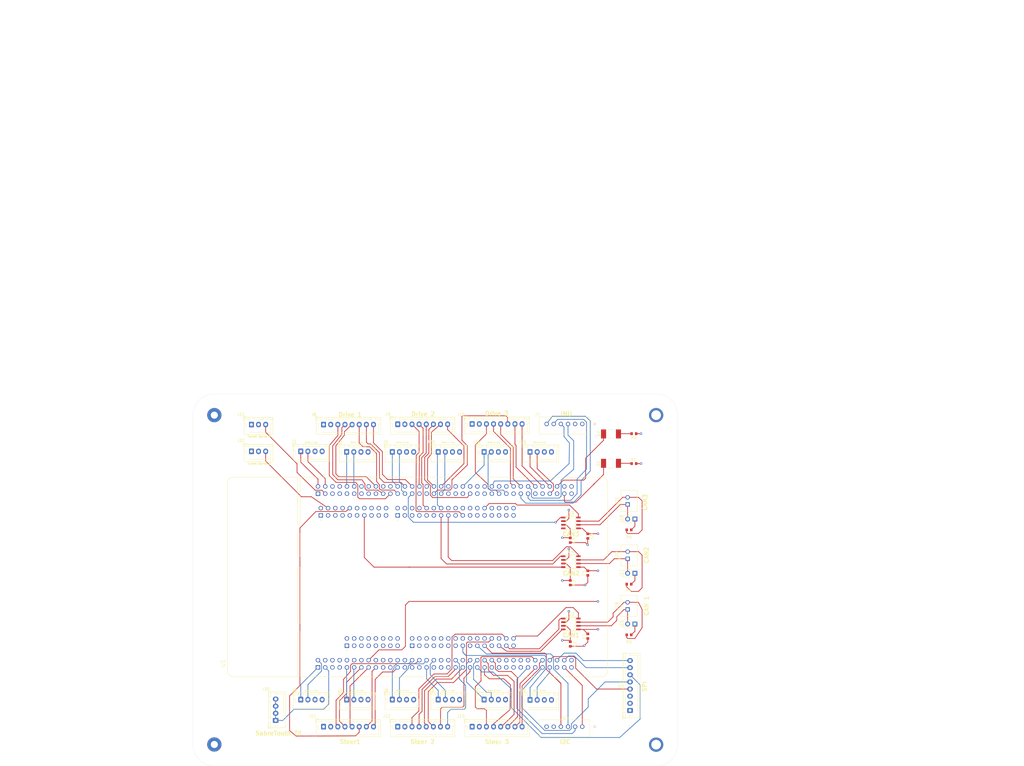
<source format=kicad_pcb>
(kicad_pcb (version 20171130) (host pcbnew "(5.1.12)-1")
  (layers (0 F.Cu signal) (1 5V power hide) (2 GND power hide) (31 B.Cu signal) (35 F.Paste user hide) (37 F.SilkS user) (39 F.Mask user hide) (44 Edge.Cuts user))
  (net 0 "")
  (net 1 GND)
  (net 2 +5V)
  (net 3 "Net-(D1-Pad1)")
  (net 4 LED1)
  (net 5 LED2)
  (net 6 "Net-(D2-Pad1)")
  (net 7 Drive1-Enc-Bout)
  (net 8 Drive1-Enc-Aout)
  (net 9 Steer1-Enc-Aout)
  (net 10 Steer1-Enc-Bout)
  (net 11 Drive2-Enc-Aout)
  (net 12 Drive2-Enc-Bout)
  (net 13 Steer2-Enc-Bout)
  (net 14 Steer2-Enc-Aout)
  (net 15 Drive3-Enc-Bout)
  (net 16 Drive3-Enc-Aout)
  (net 17 Steer3-Enc-Aout)
  (net 18 Steer3-Enc-Bout)
  (net 19 I2C-4-INT0)
  (net 20 I2C-4-INT1)
  (net 21 I2C-4-SCL)
  (net 22 I2C-4-SDA)
  (net 23 +3V3)
  (net 24 "Net-(J8-Pad1)")
  (net 25 Drive1-PWMB)
  (net 26 Drive1-INB2)
  (net 27 Drive1-INB1)
  (net 28 Drive1-PWMA)
  (net 29 Drive1-INA2)
  (net 30 Drive1-INA1)
  (net 31 Drive2-INA1)
  (net 32 Drive2-INA2)
  (net 33 Drive2-PWMA)
  (net 34 Drive2-B1)
  (net 35 Drive2-B2)
  (net 36 Drive2-PWMB)
  (net 37 "Net-(J9-Pad1)")
  (net 38 "Net-(J10-Pad1)")
  (net 39 Drive3-PWMB)
  (net 40 Drive3-INB2)
  (net 41 Drive3-INB1)
  (net 42 Drive3-PWMA)
  (net 43 Drive3-INA2)
  (net 44 Drive3-INA1)
  (net 45 Steer1-INA1)
  (net 46 Steer1-INA2)
  (net 47 Steer1-PWMA)
  (net 48 Steer1-INB1)
  (net 49 Steer1-INB2)
  (net 50 Steer1-PWMB)
  (net 51 "Net-(J11-Pad1)")
  (net 52 "Net-(J12-Pad1)")
  (net 53 Steer2-PWMB)
  (net 54 Steer2-INB2)
  (net 55 Steer2-INB1)
  (net 56 Steer2-PWMA)
  (net 57 Steer2-INA2)
  (net 58 Steer2-INA1)
  (net 59 Steer3-INA1)
  (net 60 Steer3-INA2)
  (net 61 Steer3-PWMA)
  (net 62 Steer3-INB1)
  (net 63 Steer3-INB2)
  (net 64 Steer3-PWMB)
  (net 65 "Net-(J13-Pad1)")
  (net 66 I2C-2-EXTRA)
  (net 67 I2C-2-INT)
  (net 68 I2C-2-SCL)
  (net 69 I2C-2-SDA)
  (net 70 "Net-(J17-Pad1)")
  (net 71 "Net-(J18-Pad2)")
  (net 72 "Net-(J18-Pad1)")
  (net 73 "Net-(J19-Pad2)")
  (net 74 "Net-(J19-Pad1)")
  (net 75 "Net-(J20-Pad2)")
  (net 76 "Net-(J21-Pad2)")
  (net 77 SabreTX)
  (net 78 UART-7-TXD)
  (net 79 UART-7-RTS)
  (net 80 UART-7-RXD)
  (net 81 UART-7-CTS)
  (net 82 ROSReset)
  (net 83 CAN1-TXD)
  (net 84 CAN1-RXD)
  (net 85 CAN1-STBY)
  (net 86 CAN2-STBY)
  (net 87 CAN2-RXD)
  (net 88 CAN2-TXD)
  (net 89 CAN3-TXD)
  (net 90 CAN3-RXD)
  (net 91 CAN3-STBY)
  (net 92 "Net-(U1-Pad28)")
  (net 93 "Net-(U1-Pad27)")
  (net 94 "Net-(U1-Pad29)")
  (net 95 "Net-(U1-Pad26)")
  (net 96 "Net-(U1-Pad99)")
  (net 97 "Net-(U1-Pad42)")
  (net 98 "Net-(U1-Pad14)")
  (net 99 "Net-(U1-Pad73)")
  (net 100 "Net-(U1-Pad45)")
  (net 101 "Net-(U1-Pad103)")
  (net 102 "Net-(U1-Pad37)")
  (net 103 "Net-(U1-Pad138)")
  (net 104 "Net-(U1-Pad25)")
  (net 105 "Net-(J15-Pad1)")
  (net 106 "Net-(U1-Pad87)")
  (net 107 "Net-(U1-Pad92)")
  (net 108 "Net-(U1-Pad91)")
  (net 109 Drive5-Enc-Aout)
  (net 110 Drive5-Enc-Bout)
  (net 111 Drive6-Enc-Aout)
  (net 112 Drive6-Enc-Bout)
  (net 113 Steer4-Enc-Aout)
  (net 114 Steer4-Enc-Bout)
  (net 115 Steer5-Enc-Aout)
  (net 116 Steer5-Enc-Bout)
  (net 117 Steer6-Enc-Aout)
  (net 118 Steer6-Enc-Bout)
  (net 119 Drive4-Enc-Aout)
  (net 120 Drive4-Enc-Bout)
  (net 121 "Net-(U1-Pad137)")
  (net 122 SPI_1_CS)
  (net 123 SPI_1_MISO)
  (net 124 SPI_1_MOSI)
  (net 125 SPI_1_SCK)
  (net 126 SPI_1_INT)
  (net 127 "Net-(U1-Pad155)")
  (net 128 "Net-(U1-Pad154)")
  (net 129 "Net-(U1-Pad156)")
  (net 130 "Net-(U1-Pad153)")
  (net 131 "Net-(U1-Pad150)")
  (net 132 "Net-(U1-Pad149)")
  (net 133 "Net-(U1-Pad145)")
  (net 134 "Net-(U1-Pad157)")
  (net 135 "Net-(U1-Pad116)")
  (net 136 TurretPWM1)
  (net 137 TurretPWM2)
  (module DriverBoard:M3Drill (layer F.Cu) (at 75 157.5)
    (fp_text reference Hole)
    (fp_text value M3Drill)
    (pad 1 thru_hole circle (at 0 -0.05) (size 5 5) (drill 2.5) (layers *.Cu *.Mask))
  )
  (module DriverBoard:JST4Way (layer F.Cu) (at 185.7 54.8)
    (fp_text reference J25 (at -2.7 -3.55) (layer F.SilkS))
    (fp_text value "B4B-XH-A(LF)(SN)")
    (pad "" np_thru_hole circle (at -1.6 2) (size 1.2 1.2) (drill 1.2) (layers *.Cu *.Mask))
    (pad 4 thru_hole oval (at 7.5 0) (size 1.7 1.95) (drill 0.95) (layers *.Cu *.Mask) (net 2 +5V))
    (pad 3 thru_hole oval (at 5 0) (size 1.7 1.95) (drill 0.95) (layers *.Cu *.Mask) (net 1 GND))
    (pad 2 thru_hole oval (at 2.5 0) (size 1.7 1.95) (drill 0.95) (layers *.Cu *.Mask) (net 111 Drive6-Enc-Aout))
    (pad 1 thru_hole roundrect (at 0 0) (size 1.7 1.95) (drill 0.95) (layers *.Cu *.Mask) (roundrect_rratio 0.1470588235294118) (net 112 Drive6-Enc-Bout))
  )
  (module DriverBoard:JST4Way (layer F.Cu) (at 137.4 54.8)
    (fp_text reference J5 (at -2.4 -3.55) (layer F.SilkS))
    (fp_text value "B4B-XH-A(LF)(SN)")
    (pad "" np_thru_hole circle (at -1.6 2) (size 1.2 1.2) (drill 1.2) (layers *.Cu *.Mask))
    (pad 4 thru_hole oval (at 7.5 0) (size 1.7 1.95) (drill 0.95) (layers *.Cu *.Mask) (net 2 +5V))
    (pad 3 thru_hole oval (at 5 0) (size 1.7 1.95) (drill 0.95) (layers *.Cu *.Mask) (net 1 GND))
    (pad 2 thru_hole oval (at 2.5 0) (size 1.7 1.95) (drill 0.95) (layers *.Cu *.Mask) (net 16 Drive3-Enc-Aout))
    (pad 1 thru_hole roundrect (at 0 0) (size 1.7 1.95) (drill 0.95) (layers *.Cu *.Mask) (roundrect_rratio 0.1470588235294118) (net 15 Drive3-Enc-Bout))
  )
  (module DriverBoard:STM32 (layer F.Cu) (at 146.255 98.66 90)
    (fp_text reference U1 (at -30.305 -68.219 90) (layer F.SilkS) (effects (font (size 1.4 1.4))))
    (fp_text value STM32F767ZITx)
    (pad NC thru_hole circle (at 31.75 53.99 90) (size 1.53 1.53) (drill 1.02) (layers *.Cu *.Mask))
    (pad NC thru_hole circle (at 29.21 53.99 90) (size 1.53 1.53) (drill 1.02) (layers *.Cu *.Mask))
    (pad 91 thru_hole circle (at 31.75 51.45 90) (size 1.53 1.53) (drill 1.02) (layers *.Cu *.Mask) (net 108 "Net-(U1-Pad91)"))
    (pad 89 thru_hole circle (at 29.21 51.45 90) (size 1.53 1.53) (drill 1.02) (layers *.Cu *.Mask) (net 4 LED1))
    (pad 90 thru_hole circle (at 31.75 48.91 90) (size 1.53 1.53) (drill 1.02) (layers *.Cu *.Mask) (net 5 LED2))
    (pad 92 thru_hole circle (at 29.21 48.91 90) (size 1.53 1.53) (drill 1.02) (layers *.Cu *.Mask) (net 107 "Net-(U1-Pad92)"))
    (pad 93 thru_hole circle (at 31.75 46.37 90) (size 1.53 1.53) (drill 1.02) (layers *.Cu *.Mask) (net 112 Drive6-Enc-Bout))
    (pad 79 thru_hole circle (at 29.21 46.37 90) (size 1.53 1.53) (drill 1.02) (layers *.Cu *.Mask) (net 111 Drive6-Enc-Aout))
    (pad 141 thru_hole circle (at 31.75 43.83 90) (size 1.53 1.53) (drill 1.02) (layers *.Cu *.Mask) (net 44 Drive3-INA1))
    (pad 167 thru_hole circle (at 29.21 43.83 90) (size 1.53 1.53) (drill 1.02) (layers *.Cu *.Mask))
    (pad 49 thru_hole circle (at 31.75 41.29 90) (size 1.53 1.53) (drill 1.02) (layers *.Cu *.Mask) (net 43 Drive3-INA2))
    (pad 129 thru_hole circle (at 29.21 41.29 90) (size 1.53 1.53) (drill 1.02) (layers *.Cu *.Mask) (net 120 Drive4-Enc-Bout))
    (pad 55 thru_hole circle (at 31.75 38.75 90) (size 1.53 1.53) (drill 1.02) (layers *.Cu *.Mask) (net 22 I2C-4-SDA))
    (pad 50 thru_hole circle (at 29.21 38.75 90) (size 1.53 1.53) (drill 1.02) (layers *.Cu *.Mask) (net 20 I2C-4-INT1))
    (pad 13 thru_hole circle (at 31.75 36.21 90) (size 1.53 1.53) (drill 1.02) (layers *.Cu *.Mask) (net 41 Drive3-INB1))
    (pad 53 thru_hole circle (at 29.21 36.21 90) (size 1.53 1.53) (drill 1.02) (layers *.Cu *.Mask) (net 19 I2C-4-INT0))
    (pad 64 thru_hole circle (at 31.75 33.67 90) (size 1.53 1.53) (drill 1.02) (layers *.Cu *.Mask) (net 40 Drive3-INB2))
    (pad 66 thru_hole circle (at 29.21 33.67 90) (size 1.53 1.53) (drill 1.02) (layers *.Cu *.Mask) (net 34 Drive2-B1))
    (pad 158 thru_hole circle (at 31.75 31.13 90) (size 1.53 1.53) (drill 1.02) (layers *.Cu *.Mask) (net 1 GND))
    (pad 68 thru_hole circle (at 29.21 31.13 90) (size 1.53 1.53) (drill 1.02) (layers *.Cu *.Mask) (net 109 Drive5-Enc-Aout))
    (pad 60 thru_hole circle (at 31.75 28.59 90) (size 1.53 1.53) (drill 1.02) (layers *.Cu *.Mask) (net 79 UART-7-RTS))
    (pad 67 thru_hole circle (at 29.21 28.59 90) (size 1.53 1.53) (drill 1.02) (layers *.Cu *.Mask) (net 39 Drive3-PWMB))
    (pad 54 thru_hole circle (at 31.75 26.05 90) (size 1.53 1.53) (drill 1.02) (layers *.Cu *.Mask) (net 21 I2C-4-SCL))
    (pad 65 thru_hole circle (at 29.21 26.05 90) (size 1.53 1.53) (drill 1.02) (layers *.Cu *.Mask) (net 91 CAN3-STBY))
    (pad 86 thru_hole circle (at 31.75 23.51 90) (size 1.53 1.53) (drill 1.02) (layers *.Cu *.Mask) (net 64 Steer3-PWMB))
    (pad 63 thru_hole circle (at 29.21 23.51 90) (size 1.53 1.53) (drill 1.02) (layers *.Cu *.Mask) (net 81 UART-7-CTS))
    (pad 85 thru_hole circle (at 31.75 20.97 90) (size 1.53 1.53) (drill 1.02) (layers *.Cu *.Mask) (net 61 Steer3-PWMA))
    (pad 80 thru_hole circle (at 29.21 20.97 90) (size 1.53 1.53) (drill 1.02) (layers *.Cu *.Mask) (net 82 ROSReset))
    (pad 58 thru_hole circle (at 31.75 18.43 90) (size 1.53 1.53) (drill 1.02) (layers *.Cu *.Mask) (net 80 UART-7-RXD))
    (pad 81 thru_hole circle (at 29.21 18.43 90) (size 1.53 1.53) (drill 1.02) (layers *.Cu *.Mask) (net 33 Drive2-PWMA))
    (pad 22 thru_hole circle (at 31.75 15.89 90) (size 1.53 1.53) (drill 1.02) (layers *.Cu *.Mask) (net 110 Drive5-Enc-Bout))
    (pad 82 thru_hole circle (at 29.21 15.89 90) (size 1.53 1.53) (drill 1.02) (layers *.Cu *.Mask) (net 36 Drive2-PWMB))
    (pad 59 thru_hole circle (at 31.75 13.35 90) (size 1.53 1.53) (drill 1.02) (layers *.Cu *.Mask) (net 78 UART-7-TXD))
    (pad 158 thru_hole circle (at 29.21 13.35 90) (size 1.53 1.53) (drill 1.02) (layers *.Cu *.Mask) (net 1 GND))
    (pad 14 thru_hole circle (at 31.75 10.81 90) (size 1.53 1.53) (drill 1.02) (layers *.Cu *.Mask) (net 98 "Net-(U1-Pad14)"))
    (pad 37 thru_hole circle (at 29.21 10.81 90) (size 1.53 1.53) (drill 1.02) (layers *.Cu *.Mask) (net 102 "Net-(U1-Pad37)"))
    (pad 15 thru_hole circle (at 31.75 8.27 90) (size 1.53 1.53) (drill 1.02) (layers *.Cu *.Mask) (net 31 Drive2-INA1))
    (pad 36 thru_hole circle (at 29.21 8.27 90) (size 1.53 1.53) (drill 1.02) (layers *.Cu *.Mask) (net 119 Drive4-Enc-Aout))
    (pad 44 thru_hole circle (at 31.75 5.73 90) (size 1.53 1.53) (drill 1.02) (layers *.Cu *.Mask) (net 32 Drive2-INA2))
    (pad 102 thru_hole circle (at 29.21 5.73 90) (size 1.53 1.53) (drill 1.02) (layers *.Cu *.Mask) (net 42 Drive3-PWMA))
    (pad 159 thru_hole circle (at 31.75 3.19 90) (size 1.53 1.53) (drill 1.02) (layers *.Cu *.Mask))
    (pad 133 thru_hole circle (at 29.21 3.19 90) (size 1.53 1.53) (drill 1.02) (layers *.Cu *.Mask) (net 90 CAN3-RXD))
    (pad 74 thru_hole circle (at 31.75 0.65 90) (size 1.53 1.53) (drill 1.02) (layers *.Cu *.Mask) (net 35 Drive2-B2))
    (pad 135 thru_hole circle (at 29.21 0.65 90) (size 1.53 1.53) (drill 1.02) (layers *.Cu *.Mask) (net 87 CAN2-RXD))
    (pad 75 thru_hole circle (at 31.75 -1.89 90) (size 1.53 1.53) (drill 1.02) (layers *.Cu *.Mask) (net 30 Drive1-INA1))
    (pad 134 thru_hole circle (at 29.21 -1.89 90) (size 1.53 1.53) (drill 1.02) (layers *.Cu *.Mask) (net 89 CAN3-TXD))
    (pad 76 thru_hole circle (at 31.75 -4.43 90) (size 1.53 1.53) (drill 1.02) (layers *.Cu *.Mask) (net 29 Drive1-INA2))
    (pad 69 thru_hole circle (at 29.21 -4.43 90) (size 1.53 1.53) (drill 1.02) (layers *.Cu *.Mask) (net 16 Drive3-Enc-Aout))
    (pad 47 thru_hole circle (at 31.75 -6.97 90) (size 1.53 1.53) (drill 1.02) (layers *.Cu *.Mask) (net 15 Drive3-Enc-Bout))
    (pad 100 thru_hole circle (at 29.21 -6.97 90) (size 1.53 1.53) (drill 1.02) (layers *.Cu *.Mask) (net 28 Drive1-PWMA))
    (pad 48 thru_hole circle (at 31.75 -9.51 90) (size 1.53 1.53) (drill 1.02) (layers *.Cu *.Mask) (net 86 CAN2-STBY))
    (pad 101 thru_hole circle (at 29.21 -9.51 90) (size 1.53 1.53) (drill 1.02) (layers *.Cu *.Mask) (net 25 Drive1-PWMB))
    (pad 158 thru_hole circle (at 31.75 -12.05 90) (size 1.53 1.53) (drill 1.02) (layers *.Cu *.Mask) (net 1 GND))
    (pad 97 thru_hole circle (at 29.21 -12.05 90) (size 1.53 1.53) (drill 1.02) (layers *.Cu *.Mask) (net 26 Drive1-INB2))
    (pad 70 thru_hole circle (at 31.75 -14.59 90) (size 1.53 1.53) (drill 1.02) (layers *.Cu *.Mask) (net 27 Drive1-INB1))
    (pad 136 thru_hole circle (at 29.21 -14.59 90) (size 1.53 1.53) (drill 1.02) (layers *.Cu *.Mask) (net 88 CAN2-TXD))
    (pad 73 thru_hole circle (at 31.75 -17.13 90) (size 1.53 1.53) (drill 1.02) (layers *.Cu *.Mask) (net 99 "Net-(U1-Pad73)"))
    (pad 43 thru_hole circle (at 29.21 -17.13 90) (size 1.53 1.53) (drill 1.02) (layers *.Cu *.Mask) (net 118 Steer6-Enc-Bout))
    (pad 103 thru_hole circle (at 31.75 -19.67 90) (size 1.53 1.53) (drill 1.02) (layers *.Cu *.Mask) (net 101 "Net-(U1-Pad103)"))
    (pad 42 thru_hole circle (at 29.21 -19.67 90) (size 1.53 1.53) (drill 1.02) (layers *.Cu *.Mask) (net 97 "Net-(U1-Pad42)"))
    (pad 104 thru_hole circle (at 31.75 -22.21 90) (size 1.53 1.53) (drill 1.02) (layers *.Cu *.Mask) (net 11 Drive2-Enc-Aout))
    (pad 41 thru_hole circle (at 29.21 -22.21 90) (size 1.53 1.53) (drill 1.02) (layers *.Cu *.Mask) (net 47 Steer1-PWMA))
    (pad 77 thru_hole circle (at 31.75 -24.75 90) (size 1.53 1.53) (drill 1.02) (layers *.Cu *.Mask) (net 12 Drive2-Enc-Bout))
    (pad 158 thru_hole circle (at 29.21 -24.75 90) (size 1.53 1.53) (drill 1.02) (layers *.Cu *.Mask) (net 1 GND))
    (pad 157 thru_hole circle (at 31.75 -27.29 90) (size 1.53 1.53) (drill 1.02) (layers *.Cu *.Mask) (net 134 "Net-(U1-Pad157)"))
    (pad 155 thru_hole circle (at 29.21 -27.29 90) (size 1.53 1.53) (drill 1.02) (layers *.Cu *.Mask) (net 127 "Net-(U1-Pad155)"))
    (pad 45 thru_hole circle (at 31.75 -29.83 90) (size 1.53 1.53) (drill 1.02) (layers *.Cu *.Mask) (net 100 "Net-(U1-Pad45)"))
    (pad 140 thru_hole circle (at 29.21 -29.83 90) (size 1.53 1.53) (drill 1.02) (layers *.Cu *.Mask) (net 137 TurretPWM2))
    (pad 96 thru_hole circle (at 31.75 -32.37 90) (size 1.53 1.53) (drill 1.02) (layers *.Cu *.Mask) (net 8 Drive1-Enc-Aout))
    (pad 139 thru_hole circle (at 29.21 -32.37 90) (size 1.53 1.53) (drill 1.02) (layers *.Cu *.Mask) (net 136 TurretPWM1))
    (pad 70 thru_hole circle (at 24.13 33.65 90) (size 1.53 1.53) (drill 1.02) (layers *.Cu *.Mask) (net 27 Drive1-INB1))
    (pad 141 thru_hole circle (at 21.59 33.65 90) (size 1.53 1.53) (drill 1.02) (layers *.Cu *.Mask) (net 44 Drive3-INA1))
    (pad 57 thru_hole circle (at -21.59 33.65 90) (size 1.53 1.53) (drill 1.02) (layers *.Cu *.Mask) (net 85 CAN1-STBY))
    (pad 56 thru_hole circle (at -24.13 33.65 90) (size 1.53 1.53) (drill 1.02) (layers *.Cu *.Mask) (net 67 I2C-2-INT))
    (pad 50 thru_hole circle (at 24.13 -11.054 90) (size 1.53 1.53) (drill 1.02) (layers *.Cu *.Mask) (net 20 I2C-4-INT1))
    (pad 134 thru_hole circle (at 21.59 -11.054 90) (size 1.53 1.53) (drill 1.02) (layers *.Cu *.Mask) (net 89 CAN3-TXD))
    (pad 86 thru_hole circle (at 24.13 -13.594 90) (size 1.53 1.53) (drill 1.02) (layers *.Cu *.Mask) (net 64 Steer3-PWMB))
    (pad 40 thru_hole circle (at 21.59 -13.594 90) (size 1.53 1.53) (drill 1.02) (layers *.Cu *.Mask) (net 17 Steer3-Enc-Aout))
    (pad 85 thru_hole circle (at 24.13 -16.134 90) (size 1.53 1.53) (drill 1.02) (layers *.Cu *.Mask) (net 61 Steer3-PWMA))
    (pad 133 thru_hole circle (at 21.59 -16.134 90) (size 1.53 1.53) (drill 1.02) (layers *.Cu *.Mask) (net 90 CAN3-RXD))
    (pad 43 thru_hole circle (at 24.13 -18.674 90) (size 1.53 1.53) (drill 1.02) (layers *.Cu *.Mask) (net 118 Steer6-Enc-Bout))
    (pad 135 thru_hole circle (at 21.59 -18.674 90) (size 1.53 1.53) (drill 1.02) (layers *.Cu *.Mask) (net 87 CAN2-RXD))
    (pad 42 thru_hole circle (at 24.13 -21.214 90) (size 1.53 1.53) (drill 1.02) (layers *.Cu *.Mask) (net 97 "Net-(U1-Pad42)"))
    (pad 97 thru_hole circle (at 21.59 -21.214 90) (size 1.53 1.53) (drill 1.02) (layers *.Cu *.Mask) (net 26 Drive1-INB2))
    (pad 41 thru_hole circle (at 24.13 -23.754 90) (size 1.53 1.53) (drill 1.02) (layers *.Cu *.Mask) (net 47 Steer1-PWMA))
    (pad 110 thru_hole circle (at 21.59 -23.754 90) (size 1.53 1.53) (drill 1.02) (layers *.Cu *.Mask) (net 46 Steer1-INA2))
    (pad 158 thru_hole circle (at 24.13 -26.294 90) (size 1.53 1.53) (drill 1.02) (layers *.Cu *.Mask) (net 1 GND))
    (pad 73 thru_hole circle (at 21.59 -26.294 90) (size 1.53 1.53) (drill 1.02) (layers *.Cu *.Mask) (net 99 "Net-(U1-Pad73)"))
    (pad 154 thru_hole circle (at 24.13 -28.834 90) (size 1.53 1.53) (drill 1.02) (layers *.Cu *.Mask) (net 128 "Net-(U1-Pad154)"))
    (pad 74 thru_hole circle (at 21.59 -28.834 90) (size 1.53 1.53) (drill 1.02) (layers *.Cu *.Mask) (net 35 Drive2-B2))
    (pad 140 thru_hole circle (at 24.13 -31.374 90) (size 1.53 1.53) (drill 1.02) (layers *.Cu *.Mask) (net 137 TurretPWM2))
    (pad 76 thru_hole circle (at 21.59 -31.374 90) (size 1.53 1.53) (drill 1.02) (layers *.Cu *.Mask) (net 29 Drive1-INA2))
    (pad None np_thru_hole circle (at -24.13 -38.74 90) (size 3.2 3.2) (drill 3.2) (layers *.Cu *.Mask))
    (pad None np_thru_hole circle (at 8.89 13.33 90) (size 3.2 3.2) (drill 3.2) (layers *.Cu *.Mask))
    (pad None np_thru_hole circle (at 24.13 -37.47 90) (size 3.2 3.2) (drill 3.2) (layers *.Cu *.Mask))
    (pad NC thru_hole circle (at -29.21 53.97 90) (size 1.53 1.53) (drill 1.02) (layers *.Cu *.Mask))
    (pad NC thru_hole circle (at -31.75 53.97 90) (size 1.53 1.53) (drill 1.02) (layers *.Cu *.Mask))
    (pad 69 thru_hole circle (at 24.13 31.11 90) (size 1.53 1.53) (drill 1.02) (layers *.Cu *.Mask) (net 16 Drive3-Enc-Aout))
    (pad 46 thru_hole circle (at 21.59 31.11 90) (size 1.53 1.53) (drill 1.02) (layers *.Cu *.Mask) (net 113 Steer4-Enc-Aout))
    (pad 68 thru_hole circle (at 24.13 28.57 90) (size 1.53 1.53) (drill 1.02) (layers *.Cu *.Mask) (net 109 Drive5-Enc-Aout))
    (pad 34 thru_hole circle (at 21.59 28.57 90) (size 1.53 1.53) (drill 1.02) (layers *.Cu *.Mask) (net 18 Steer3-Enc-Bout))
    (pad 67 thru_hole circle (at 24.13 26.03 90) (size 1.53 1.53) (drill 1.02) (layers *.Cu *.Mask) (net 39 Drive3-PWMB))
    (pad 158 thru_hole circle (at 21.59 26.03 90) (size 1.53 1.53) (drill 1.02) (layers *.Cu *.Mask) (net 1 GND))
    (pad 65 thru_hole circle (at 24.13 23.49 90) (size 1.53 1.53) (drill 1.02) (layers *.Cu *.Mask) (net 91 CAN3-STBY))
    (pad 1 thru_hole circle (at 21.59 23.49 90) (size 1.53 1.53) (drill 1.02) (layers *.Cu *.Mask) (net 115 Steer5-Enc-Aout))
    (pad 63 thru_hole circle (at 24.13 20.95 90) (size 1.53 1.53) (drill 1.02) (layers *.Cu *.Mask) (net 81 UART-7-CTS))
    (pad 80 thru_hole circle (at 21.59 20.95 90) (size 1.53 1.53) (drill 1.02) (layers *.Cu *.Mask) (net 82 ROSReset))
    (pad 158 thru_hole circle (at 24.13 18.41 90) (size 1.53 1.53) (drill 1.02) (layers *.Cu *.Mask) (net 1 GND))
    (pad 81 thru_hole circle (at 21.59 18.41 90) (size 1.53 1.53) (drill 1.02) (layers *.Cu *.Mask) (net 33 Drive2-PWMA))
    (pad 58 thru_hole circle (at 24.13 15.87 90) (size 1.53 1.53) (drill 1.02) (layers *.Cu *.Mask) (net 80 UART-7-RXD))
    (pad 82 thru_hole circle (at 21.59 15.87 90) (size 1.53 1.53) (drill 1.02) (layers *.Cu *.Mask) (net 36 Drive2-PWMB))
    (pad 59 thru_hole circle (at 24.13 13.33 90) (size 1.53 1.53) (drill 1.02) (layers *.Cu *.Mask) (net 78 UART-7-TXD))
    (pad 158 thru_hole circle (at 21.59 13.33 90) (size 1.53 1.53) (drill 1.02) (layers *.Cu *.Mask) (net 1 GND))
    (pad None np_thru_hole circle (at 22.86 37.46 90) (size 3.2 3.2) (drill 3.2) (layers *.Cu *.Mask))
    (pad 124 thru_hole circle (at 24.13 10.79 90) (size 1.53 1.53) (drill 1.02) (layers *.Cu *.Mask) (net 123 SPI_1_MISO))
    (pad 48 thru_hole circle (at 21.59 10.79 90) (size 1.53 1.53) (drill 1.02) (layers *.Cu *.Mask) (net 86 CAN2-STBY))
    (pad 129 thru_hole circle (at 24.13 8.25 90) (size 1.53 1.53) (drill 1.02) (layers *.Cu *.Mask) (net 120 Drive4-Enc-Bout))
    (pad 136 thru_hole circle (at 21.59 8.25 90) (size 1.53 1.53) (drill 1.02) (layers *.Cu *.Mask) (net 88 CAN2-TXD))
    (pad 55 thru_hole circle (at 24.13 5.71 90) (size 1.53 1.53) (drill 1.02) (layers *.Cu *.Mask) (net 22 I2C-4-SDA))
    (pad 14 thru_hole circle (at 21.59 5.71 90) (size 1.53 1.53) (drill 1.02) (layers *.Cu *.Mask) (net 98 "Net-(U1-Pad14)"))
    (pad 66 thru_hole circle (at 24.13 3.17 90) (size 1.53 1.53) (drill 1.02) (layers *.Cu *.Mask) (net 34 Drive2-B1))
    (pad 28 thru_hole circle (at 21.59 3.17 90) (size 1.53 1.53) (drill 1.02) (layers *.Cu *.Mask) (net 92 "Net-(U1-Pad28)"))
    (pad 54 thru_hole circle (at 24.13 0.63 90) (size 1.53 1.53) (drill 1.02) (layers *.Cu *.Mask) (net 21 I2C-4-SCL))
    (pad 47 thru_hole circle (at 21.59 0.63 90) (size 1.53 1.53) (drill 1.02) (layers *.Cu *.Mask) (net 15 Drive3-Enc-Bout))
    (pad 64 thru_hole circle (at 24.13 -1.91 90) (size 1.53 1.53) (drill 1.02) (layers *.Cu *.Mask) (net 40 Drive3-INB2))
    (pad 158 thru_hole circle (at 21.59 -1.91 90) (size 1.53 1.53) (drill 1.02) (layers *.Cu *.Mask) (net 1 GND))
    (pad 60 thru_hole circle (at 24.13 -4.45 90) (size 1.53 1.53) (drill 1.02) (layers *.Cu *.Mask) (net 79 UART-7-RTS))
    (pad 159 thru_hole circle (at 21.59 -4.45 90) (size 1.53 1.53) (drill 1.02) (layers *.Cu *.Mask))
    (pad 53 thru_hole circle (at 24.13 -6.99 90) (size 1.53 1.53) (drill 1.02) (layers *.Cu *.Mask) (net 19 I2C-4-INT0))
    (pad 156 thru_hole rect (at 21.59 -6.99 90) (size 1.53 1.53) (drill 1.02) (layers *.Cu *.Mask) (net 129 "Net-(U1-Pad156)"))
    (pad 139 thru_hole circle (at 24.13 -33.914 90) (size 1.53 1.53) (drill 1.02) (layers *.Cu *.Mask) (net 136 TurretPWM1))
    (pad 96 thru_hole rect (at 21.59 -33.914 90) (size 1.53 1.53) (drill 1.02) (layers *.Cu *.Mask) (net 8 Drive1-Enc-Aout))
    (pad None np_thru_hole circle (at -22.86 37.46 90) (size 3.2 3.2) (drill 3.2) (layers *.Cu *.Mask))
    (pad 21 thru_hole circle (at -21.59 31.11 90) (size 1.53 1.53) (drill 1.02) (layers *.Cu *.Mask) (net 53 Steer2-PWMB))
    (pad 115 thru_hole circle (at -24.13 31.11 90) (size 1.53 1.53) (drill 1.02) (layers *.Cu *.Mask) (net 83 CAN1-TXD))
    (pad 19 thru_hole circle (at -21.59 28.57 90) (size 1.53 1.53) (drill 1.02) (layers *.Cu *.Mask) (net 14 Steer2-Enc-Aout))
    (pad 114 thru_hole circle (at -24.13 28.57 90) (size 1.53 1.53) (drill 1.02) (layers *.Cu *.Mask) (net 84 CAN1-RXD))
    (pad 20 thru_hole circle (at -21.59 26.03 90) (size 1.53 1.53) (drill 1.02) (layers *.Cu *.Mask) (net 56 Steer2-PWMA))
    (pad 158 thru_hole circle (at -24.13 26.03 90) (size 1.53 1.53) (drill 1.02) (layers *.Cu *.Mask) (net 1 GND))
    (pad 2 thru_hole circle (at -21.59 23.49 90) (size 1.53 1.53) (drill 1.02) (layers *.Cu *.Mask) (net 63 Steer3-INB2))
    (pad 10 thru_hole circle (at -24.13 23.49 90) (size 1.53 1.53) (drill 1.02) (layers *.Cu *.Mask) (net 69 I2C-2-SDA))
    (pad 5 thru_hole circle (at -21.59 20.95 90) (size 1.53 1.53) (drill 1.02) (layers *.Cu *.Mask) (net 64 Steer3-PWMB))
    (pad 11 thru_hole circle (at -24.13 20.95 90) (size 1.53 1.53) (drill 1.02) (layers *.Cu *.Mask) (net 68 I2C-2-SCL))
    (pad 4 thru_hole circle (at -21.59 18.41 90) (size 1.53 1.53) (drill 1.02) (layers *.Cu *.Mask) (net 61 Steer3-PWMA))
    (pad 12 thru_hole circle (at -24.13 18.41 90) (size 1.53 1.53) (drill 1.02) (layers *.Cu *.Mask) (net 66 I2C-2-EXTRA))
    (pad 3 thru_hole circle (at -21.59 15.87 90) (size 1.53 1.53) (drill 1.02) (layers *.Cu *.Mask) (net 62 Steer3-INB1))
    (pad 43 thru_hole circle (at -24.13 15.87 90) (size 1.53 1.53) (drill 1.02) (layers *.Cu *.Mask) (net 118 Steer6-Enc-Bout))
    (pad 1 thru_hole circle (at -21.59 13.33 90) (size 1.53 1.53) (drill 1.02) (layers *.Cu *.Mask) (net 115 Steer5-Enc-Aout))
    (pad NC thru_hole circle (at -24.13 13.33 90) (size 1.53 1.53) (drill 1.02) (layers *.Cu *.Mask))
    (pad 158 thru_hole circle (at -21.59 10.79 90) (size 1.53 1.53) (drill 1.02) (layers *.Cu *.Mask) (net 1 GND))
    (pad 22 thru_hole circle (at -24.13 10.79 90) (size 1.53 1.53) (drill 1.02) (layers *.Cu *.Mask) (net 110 Drive5-Enc-Bout))
    (pad 117 thru_hole circle (at -21.59 8.25 90) (size 1.53 1.53) (drill 1.02) (layers *.Cu *.Mask) (net 58 Steer2-INA1))
    (pad 15 thru_hole circle (at -24.13 8.25 90) (size 1.53 1.53) (drill 1.02) (layers *.Cu *.Mask) (net 31 Drive2-INA1))
    (pad 118 thru_hole circle (at -21.59 5.71 90) (size 1.53 1.53) (drill 1.02) (layers *.Cu *.Mask) (net 54 Steer2-INB2))
    (pad 13 thru_hole circle (at -24.13 5.71 90) (size 1.53 1.53) (drill 1.02) (layers *.Cu *.Mask) (net 41 Drive3-INB1))
    (pad 119 thru_hole circle (at -21.59 3.17 90) (size 1.53 1.53) (drill 1.02) (layers *.Cu *.Mask) (net 55 Steer2-INB1))
    (pad 29 thru_hole circle (at -24.13 3.17 90) (size 1.53 1.53) (drill 1.02) (layers *.Cu *.Mask) (net 94 "Net-(U1-Pad29)"))
    (pad 122 thru_hole circle (at -21.59 0.63 90) (size 1.53 1.53) (drill 1.02) (layers *.Cu *.Mask) (net 57 Steer2-INA2))
    (pad 26 thru_hole circle (at -24.13 0.63 90) (size 1.53 1.53) (drill 1.02) (layers *.Cu *.Mask) (net 95 "Net-(U1-Pad26)"))
    (pad 123 thru_hole circle (at -21.59 -1.91 90) (size 1.53 1.53) (drill 1.02) (layers *.Cu *.Mask) (net 124 SPI_1_MOSI))
    (pad 37 thru_hole rect (at -24.13 -1.91 90) (size 1.53 1.53) (drill 1.02) (layers *.Cu *.Mask) (net 102 "Net-(U1-Pad37)"))
    (pad 88 thru_hole circle (at -21.59 -6.99 90) (size 1.53 1.53) (drill 1.02) (layers *.Cu *.Mask) (net 116 Steer5-Enc-Bout))
    (pad 153 thru_hole circle (at -24.13 -6.99 90) (size 1.53 1.53) (drill 1.02) (layers *.Cu *.Mask) (net 130 "Net-(U1-Pad153)"))
    (pad 87 thru_hole circle (at -21.59 -9.53 90) (size 1.53 1.53) (drill 1.02) (layers *.Cu *.Mask) (net 106 "Net-(U1-Pad87)"))
    (pad 158 thru_hole circle (at -24.13 -9.53 90) (size 1.53 1.53) (drill 1.02) (layers *.Cu *.Mask) (net 1 GND))
    (pad 116 thru_hole circle (at -21.59 -12.07 90) (size 1.53 1.53) (drill 1.02) (layers *.Cu *.Mask) (net 135 "Net-(U1-Pad116)"))
    (pad 158 thru_hole circle (at -24.13 -12.07 90) (size 1.53 1.53) (drill 1.02) (layers *.Cu *.Mask) (net 1 GND))
    (pad 113 thru_hole circle (at -21.59 -14.61 90) (size 1.53 1.53) (drill 1.02) (layers *.Cu *.Mask) (net 77 SabreTX))
    (pad 152 thru_hole circle (at -24.13 -14.61 90) (size 1.53 1.53) (drill 1.02) (layers *.Cu *.Mask) (net 2 +5V))
    (pad 112 thru_hole circle (at -21.59 -17.15 90) (size 1.53 1.53) (drill 1.02) (layers *.Cu *.Mask) (net 9 Steer1-Enc-Aout))
    (pad 151 thru_hole circle (at -24.13 -17.15 90) (size 1.53 1.53) (drill 1.02) (layers *.Cu *.Mask) (net 23 +3V3))
    (pad 111 thru_hole circle (at -21.59 -19.69 90) (size 1.53 1.53) (drill 1.02) (layers *.Cu *.Mask) (net 10 Steer1-Enc-Bout))
    (pad 25 thru_hole circle (at -24.13 -19.69 90) (size 1.53 1.53) (drill 1.02) (layers *.Cu *.Mask) (net 104 "Net-(U1-Pad25)"))
    (pad 99 thru_hole circle (at -21.59 -22.23 90) (size 1.53 1.53) (drill 1.02) (layers *.Cu *.Mask) (net 96 "Net-(U1-Pad99)"))
    (pad 150 thru_hole circle (at -24.13 -22.23 90) (size 1.53 1.53) (drill 1.02) (layers *.Cu *.Mask) (net 131 "Net-(U1-Pad150)"))
    (pad 98 thru_hole circle (at -21.59 -24.77 90) (size 1.53 1.53) (drill 1.02) (layers *.Cu *.Mask) (net 7 Drive1-Enc-Bout))
    (pad NC thru_hole rect (at -24.13 -24.77 90) (size 1.53 1.53) (drill 1.02) (layers *.Cu *.Mask))
    (pad 98 thru_hole circle (at 31.75 -34.91 90) (size 1.53 1.53) (drill 1.02) (layers *.Cu *.Mask) (net 7 Drive1-Enc-Bout))
    (pad 99 thru_hole rect (at 29.21 -34.91 90) (size 1.53 1.53) (drill 1.02) (layers *.Cu *.Mask) (net 96 "Net-(U1-Pad99)"))
    (pad 126 thru_hole circle (at -29.21 51.43 90) (size 1.53 1.53) (drill 1.02) (layers *.Cu *.Mask) (net 125 SPI_1_SCK))
    (pad 78 thru_hole circle (at -31.75 51.43 90) (size 1.53 1.53) (drill 1.02) (layers *.Cu *.Mask) (net 66 I2C-2-EXTRA))
    (pad 128 thru_hole circle (at -29.21 48.89 90) (size 1.53 1.53) (drill 1.02) (layers *.Cu *.Mask) (net 126 SPI_1_INT))
    (pad NC thru_hole circle (at -31.75 48.89 90) (size 1.53 1.53) (drill 1.02) (layers *.Cu *.Mask))
    (pad 125 thru_hole circle (at -29.21 46.35 90) (size 1.53 1.53) (drill 1.02) (layers *.Cu *.Mask) (net 122 SPI_1_CS))
    (pad 127 thru_hole circle (at -31.75 46.35 90) (size 1.53 1.53) (drill 1.02) (layers *.Cu *.Mask) (net 117 Steer6-Enc-Aout))
    (pad 132 thru_hole circle (at -29.21 43.81 90) (size 1.53 1.53) (drill 1.02) (layers *.Cu *.Mask) (net 59 Steer3-INA1))
    (pad 124 thru_hole circle (at -31.75 43.81 90) (size 1.53 1.53) (drill 1.02) (layers *.Cu *.Mask) (net 123 SPI_1_MISO))
    (pad 5 thru_hole circle (at -29.21 41.27 90) (size 1.53 1.53) (drill 1.02) (layers *.Cu *.Mask) (net 64 Steer3-PWMB))
    (pad 142 thru_hole circle (at -31.75 41.27 90) (size 1.53 1.53) (drill 1.02) (layers *.Cu *.Mask) (net 60 Steer3-INA2))
    (pad 177 thru_hole circle (at -29.21 38.73 90) (size 1.53 1.53) (drill 1.02) (layers *.Cu *.Mask))
    (pad 56 thru_hole circle (at -31.75 38.73 90) (size 1.53 1.53) (drill 1.02) (layers *.Cu *.Mask) (net 67 I2C-2-INT))
    (pad 57 thru_hole circle (at -29.21 36.19 90) (size 1.53 1.53) (drill 1.02) (layers *.Cu *.Mask) (net 85 CAN1-STBY))
    (pad 114 thru_hole circle (at -31.75 36.19 90) (size 1.53 1.53) (drill 1.02) (layers *.Cu *.Mask) (net 84 CAN1-RXD))
    (pad 21 thru_hole circle (at -29.21 33.65 90) (size 1.53 1.53) (drill 1.02) (layers *.Cu *.Mask) (net 53 Steer2-PWMB))
    (pad 115 thru_hole circle (at -31.75 33.65 90) (size 1.53 1.53) (drill 1.02) (layers *.Cu *.Mask) (net 83 CAN1-TXD))
    (pad 20 thru_hole circle (at -29.21 31.11 90) (size 1.53 1.53) (drill 1.02) (layers *.Cu *.Mask) (net 56 Steer2-PWMA))
    (pad 10 thru_hole circle (at -31.75 31.11 90) (size 1.53 1.53) (drill 1.02) (layers *.Cu *.Mask) (net 69 I2C-2-SDA))
    (pad 12 thru_hole circle (at -29.21 28.57 90) (size 1.53 1.53) (drill 1.02) (layers *.Cu *.Mask) (net 66 I2C-2-EXTRA))
    (pad 11 thru_hole circle (at -31.75 28.57 90) (size 1.53 1.53) (drill 1.02) (layers *.Cu *.Mask) (net 68 I2C-2-SCL))
    (pad 4 thru_hole circle (at -29.21 26.03 90) (size 1.53 1.53) (drill 1.02) (layers *.Cu *.Mask) (net 61 Steer3-PWMA))
    (pad 158 thru_hole circle (at -31.75 26.03 90) (size 1.53 1.53) (drill 1.02) (layers *.Cu *.Mask) (net 1 GND))
    (pad 3 thru_hole circle (at -29.21 23.49 90) (size 1.53 1.53) (drill 1.02) (layers *.Cu *.Mask) (net 62 Steer3-INB1))
    (pad 2 thru_hole circle (at -31.75 23.49 90) (size 1.53 1.53) (drill 1.02) (layers *.Cu *.Mask) (net 63 Steer3-INB2))
    (pad 1 thru_hole circle (at -29.21 20.95 90) (size 1.53 1.53) (drill 1.02) (layers *.Cu *.Mask) (net 115 Steer5-Enc-Aout))
    (pad 123 thru_hole circle (at -31.75 20.95 90) (size 1.53 1.53) (drill 1.02) (layers *.Cu *.Mask) (net 124 SPI_1_MOSI))
    (pad 88 thru_hole circle (at -29.21 18.41 90) (size 1.53 1.53) (drill 1.02) (layers *.Cu *.Mask) (net 116 Steer5-Enc-Bout))
    (pad 122 thru_hole circle (at -31.75 18.41 90) (size 1.53 1.53) (drill 1.02) (layers *.Cu *.Mask) (net 57 Steer2-INA2))
    (pad 87 thru_hole circle (at -29.21 15.87 90) (size 1.53 1.53) (drill 1.02) (layers *.Cu *.Mask) (net 106 "Net-(U1-Pad87)"))
    (pad 119 thru_hole circle (at -31.75 15.87 90) (size 1.53 1.53) (drill 1.02) (layers *.Cu *.Mask) (net 55 Steer2-INB1))
    (pad 117 thru_hole circle (at -29.21 13.33 90) (size 1.53 1.53) (drill 1.02) (layers *.Cu *.Mask) (net 58 Steer2-INA1))
    (pad 118 thru_hole circle (at -31.75 13.33 90) (size 1.53 1.53) (drill 1.02) (layers *.Cu *.Mask) (net 54 Steer2-INB2))
    (pad 26 thru_hole circle (at -29.21 10.79 90) (size 1.53 1.53) (drill 1.02) (layers *.Cu *.Mask) (net 95 "Net-(U1-Pad26)"))
    (pad 29 thru_hole circle (at -31.75 10.79 90) (size 1.53 1.53) (drill 1.02) (layers *.Cu *.Mask) (net 94 "Net-(U1-Pad29)"))
    (pad 27 thru_hole circle (at -29.21 8.25 90) (size 1.53 1.53) (drill 1.02) (layers *.Cu *.Mask) (net 93 "Net-(U1-Pad27)"))
    (pad 28 thru_hole circle (at -31.75 8.25 90) (size 1.53 1.53) (drill 1.02) (layers *.Cu *.Mask) (net 92 "Net-(U1-Pad28)"))
    (pad 46 thru_hole circle (at -29.21 5.71 90) (size 1.53 1.53) (drill 1.02) (layers *.Cu *.Mask) (net 113 Steer4-Enc-Aout))
    (pad 6 thru_hole circle (at -31.75 5.71 90) (size 1.53 1.53) (drill 1.02) (layers *.Cu *.Mask))
    (pad 40 thru_hole circle (at -29.21 3.17 90) (size 1.53 1.53) (drill 1.02) (layers *.Cu *.Mask) (net 17 Steer3-Enc-Aout))
    (pad 24 thru_hole circle (at -31.75 3.17 90) (size 1.53 1.53) (drill 1.02) (layers *.Cu *.Mask) (net 114 Steer4-Enc-Bout))
    (pad 35 thru_hole circle (at -29.21 0.63 90) (size 1.53 1.53) (drill 1.02) (layers *.Cu *.Mask) (net 50 Steer1-PWMB))
    (pad NC thru_hole circle (at -31.75 0.63 90) (size 1.53 1.53) (drill 1.02) (layers *.Cu *.Mask))
    (pad 34 thru_hole circle (at -29.21 -1.91 90) (size 1.53 1.53) (drill 1.02) (layers *.Cu *.Mask) (net 18 Steer3-Enc-Bout))
    (pad NC thru_hole circle (at -31.75 -1.91 90) (size 1.53 1.53) (drill 1.02) (layers *.Cu *.Mask))
    (pad NC thru_hole circle (at -29.21 -4.45 90) (size 1.53 1.53) (drill 1.02) (layers *.Cu *.Mask))
    (pad NC thru_hole circle (at -31.75 -4.45 90) (size 1.53 1.53) (drill 1.02) (layers *.Cu *.Mask))
    (pad 149 thru_hole circle (at -29.21 -6.99 90) (size 1.53 1.53) (drill 1.02) (layers *.Cu *.Mask) (net 132 "Net-(U1-Pad149)"))
    (pad 7 thru_hole circle (at -31.75 -6.99 90) (size 1.53 1.53) (drill 1.02) (layers *.Cu *.Mask) (net 45 Steer1-INA1))
    (pad 158 thru_hole circle (at -29.21 -9.53 90) (size 1.53 1.53) (drill 1.02) (layers *.Cu *.Mask) (net 1 GND))
    (pad 137 thru_hole circle (at -31.75 -9.53 90) (size 1.53 1.53) (drill 1.02) (layers *.Cu *.Mask) (net 121 "Net-(U1-Pad137)"))
    (pad 158 thru_hole circle (at -29.21 -12.07 90) (size 1.53 1.53) (drill 1.02) (layers *.Cu *.Mask) (net 1 GND))
    (pad 158 thru_hole circle (at -31.75 -12.07 90) (size 1.53 1.53) (drill 1.02) (layers *.Cu *.Mask) (net 1 GND))
    (pad 148 thru_hole circle (at -29.21 -14.61 90) (size 1.53 1.53) (drill 1.02) (layers *.Cu *.Mask) (net 2 +5V))
    (pad 110 thru_hole circle (at -31.75 -14.61 90) (size 1.53 1.53) (drill 1.02) (layers *.Cu *.Mask) (net 46 Steer1-INA2))
    (pad 147 thru_hole circle (at -29.21 -17.15 90) (size 1.53 1.53) (drill 1.02) (layers *.Cu *.Mask) (net 23 +3V3))
    (pad 109 thru_hole circle (at -31.75 -17.15 90) (size 1.53 1.53) (drill 1.02) (layers *.Cu *.Mask) (net 48 Steer1-INB1))
    (pad 25 thru_hole circle (at -29.21 -19.69 90) (size 1.53 1.53) (drill 1.02) (layers *.Cu *.Mask) (net 104 "Net-(U1-Pad25)"))
    (pad 105 thru_hole circle (at -31.75 -19.69 90) (size 1.53 1.53) (drill 1.02) (layers *.Cu *.Mask) (net 49 Steer1-INB2))
    (pad 146 thru_hole circle (at -29.21 -22.23 90) (size 1.53 1.53) (drill 1.02) (layers *.Cu *.Mask) (net 23 +3V3))
    (pad 19 thru_hole circle (at -31.75 -22.23 90) (size 1.53 1.53) (drill 1.02) (layers *.Cu *.Mask) (net 14 Steer2-Enc-Aout))
    (pad NC thru_hole circle (at -29.21 -24.77 90) (size 1.53 1.53) (drill 1.02) (layers *.Cu *.Mask))
    (pad 18 thru_hole circle (at -31.75 -24.77 90) (size 1.53 1.53) (drill 1.02) (layers *.Cu *.Mask) (net 13 Steer2-Enc-Bout))
    (pad 158 thru_hole circle (at -29.21 -27.31 90) (size 1.53 1.53) (drill 1.02) (layers *.Cu *.Mask) (net 1 GND))
    (pad 138 thru_hole circle (at -31.75 -27.31 90) (size 1.53 1.53) (drill 1.02) (layers *.Cu *.Mask) (net 103 "Net-(U1-Pad138)"))
    (pad 145 thru_hole circle (at -29.21 -29.85 90) (size 1.53 1.53) (drill 1.02) (layers *.Cu *.Mask) (net 133 "Net-(U1-Pad145)"))
    (pad 17 thru_hole circle (at -31.75 -29.85 90) (size 1.53 1.53) (drill 1.02) (layers *.Cu *.Mask))
    (pad 116 thru_hole circle (at -29.21 -32.39 90) (size 1.53 1.53) (drill 1.02) (layers *.Cu *.Mask) (net 135 "Net-(U1-Pad116)"))
    (pad 113 thru_hole circle (at -31.75 -32.39 90) (size 1.53 1.53) (drill 1.02) (layers *.Cu *.Mask) (net 77 SabreTX))
    (pad 112 thru_hole circle (at -29.21 -34.93 90) (size 1.53 1.53) (drill 1.02) (layers *.Cu *.Mask) (net 9 Steer1-Enc-Aout))
    (pad 111 thru_hole rect (at -31.75 -34.93 90) (size 1.53 1.53) (drill 1.02) (layers *.Cu *.Mask) (net 10 Steer1-Enc-Bout))
  )
  (module DriverBoard:M3Drill (layer F.Cu) (at 229.9 41.9)
    (fp_text reference Hole)
    (fp_text value M3Drill)
    (pad 1 thru_hole circle (at 0 0) (size 5 5) (drill 3.4) (layers *.Cu *.Mask))
  )
  (module DriverBoard:M3Drill (layer F.Cu) (at 229.9 157.5)
    (fp_text reference Hole)
    (fp_text value M3Drill)
    (pad 1 thru_hole circle (at 0 0) (size 5 5) (drill 3.4) (layers *.Cu *.Mask))
  )
  (module DriverBoard:0603Footprint (layer F.Cu) (at 222.0999 48.4)
    (fp_text reference R2 (at 0.0001 1.4) (layer F.SilkS))
    (fp_text value 1kΩ)
    (pad 2 smd rect (at 0.8001 0) (size 0.8636 0.9652) (layers F.Cu F.Paste F.Mask) (net 1 GND))
    (pad 1 smd rect (at -0.8001 0) (size 0.8636 0.9652) (layers F.Cu F.Paste F.Mask) (net 6 "Net-(D2-Pad1)"))
  )
  (module DriverBoard:0603Footprint (layer F.Cu) (at 222.0999 58.9 180)
    (fp_text reference R1 (at 0.1 1.3) (layer F.SilkS))
    (fp_text value 1kΩ)
    (pad 2 smd rect (at 0.8001 0 180) (size 0.8636 0.9652) (layers F.Cu F.Paste F.Mask) (net 3 "Net-(D1-Pad1)"))
    (pad 1 smd rect (at -0.8001 0 180) (size 0.8636 0.9652) (layers F.Cu F.Paste F.Mask) (net 1 GND))
  )
  (module "" (layer F.Cu) (at 0.1 -103.5)
    (fp_text reference "" (at 65 150.3) (layer F.SilkS) (effects (font (size 1.27 1.27))))
    (fp_text value "" (at 65 150.3) (layer F.SilkS) (effects (font (size 1.27 1.27))))
    (pad 1 thru_hole circle (at 74.9 145.4) (size 5 5) (drill 2.5) (layers *.Cu *.Mask))
  )
  (module DriverBoard:JST4Way (layer F.Cu) (at 96.5 149 90)
    (fp_text reference J30 (at 11 -3.5 180) (layer F.SilkS))
    (fp_text value "B4B-XH-A(LF)(SN)")
    (pad "" np_thru_hole circle (at -1.6 2 90) (size 1.2 1.2) (drill 1.2) (layers *.Cu *.Mask))
    (pad 4 thru_hole oval (at 7.5 0 90) (size 1.7 1.95) (drill 0.95) (layers *.Cu *.Mask) (net 77 SabreTX))
    (pad 3 thru_hole oval (at 5 0 90) (size 1.7 1.95) (drill 0.95) (layers *.Cu *.Mask) (net 77 SabreTX))
    (pad 2 thru_hole oval (at 2.5 0 90) (size 1.7 1.95) (drill 0.95) (layers *.Cu *.Mask) (net 77 SabreTX))
    (pad 1 thru_hole roundrect (at 0 0 90) (size 1.7 1.95) (drill 0.95) (layers *.Cu *.Mask) (roundrect_rratio 0.1470588235294118) (net 77 SabreTX))
  )
  (module DriverBoard:JST4Way (layer F.Cu) (at 153.5 54.8)
    (fp_text reference J29 (at -2.5 -3.55) (layer F.SilkS))
    (fp_text value "B4B-XH-A(LF)(SN)")
    (pad "" np_thru_hole circle (at -1.6 2) (size 1.2 1.2) (drill 1.2) (layers *.Cu *.Mask))
    (pad 4 thru_hole oval (at 7.5 0) (size 1.7 1.95) (drill 0.95) (layers *.Cu *.Mask) (net 2 +5V))
    (pad 3 thru_hole oval (at 5 0) (size 1.7 1.95) (drill 0.95) (layers *.Cu *.Mask) (net 1 GND))
    (pad 2 thru_hole oval (at 2.5 0) (size 1.7 1.95) (drill 0.95) (layers *.Cu *.Mask) (net 119 Drive4-Enc-Aout))
    (pad 1 thru_hole roundrect (at 0 0) (size 1.7 1.95) (drill 0.95) (layers *.Cu *.Mask) (roundrect_rratio 0.1470588235294118) (net 120 Drive4-Enc-Bout))
  )
  (module DriverBoard:JST4Way (layer F.Cu) (at 185.7 141.8)
    (fp_text reference J28 (at -2.8 -3.4) (layer F.SilkS))
    (fp_text value "B4B-XH-A(LF)(SN)")
    (pad "" np_thru_hole circle (at -1.6 2) (size 1.2 1.2) (drill 1.2) (layers *.Cu *.Mask))
    (pad 4 thru_hole oval (at 7.5 0) (size 1.7 1.95) (drill 0.95) (layers *.Cu *.Mask) (net 2 +5V))
    (pad 3 thru_hole oval (at 5 0) (size 1.7 1.95) (drill 0.95) (layers *.Cu *.Mask) (net 1 GND))
    (pad 2 thru_hole oval (at 2.5 0) (size 1.7 1.95) (drill 0.95) (layers *.Cu *.Mask) (net 117 Steer6-Enc-Aout))
    (pad 1 thru_hole roundrect (at 0 0) (size 1.7 1.95) (drill 0.95) (layers *.Cu *.Mask) (roundrect_rratio 0.1470588235294118) (net 118 Steer6-Enc-Bout))
  )
  (module DriverBoard:JST4Way (layer F.Cu) (at 169.6 141.7)
    (fp_text reference J27 (at -2.4 -3.4) (layer F.SilkS))
    (fp_text value "B4B-XH-A(LF)(SN)")
    (pad "" np_thru_hole circle (at -1.6 2) (size 1.2 1.2) (drill 1.2) (layers *.Cu *.Mask))
    (pad 4 thru_hole oval (at 7.5 0) (size 1.7 1.95) (drill 0.95) (layers *.Cu *.Mask) (net 2 +5V))
    (pad 3 thru_hole oval (at 5 0) (size 1.7 1.95) (drill 0.95) (layers *.Cu *.Mask) (net 1 GND))
    (pad 2 thru_hole oval (at 2.5 0) (size 1.7 1.95) (drill 0.95) (layers *.Cu *.Mask) (net 115 Steer5-Enc-Aout))
    (pad 1 thru_hole roundrect (at 0 0) (size 1.7 1.95) (drill 0.95) (layers *.Cu *.Mask) (roundrect_rratio 0.1470588235294118) (net 116 Steer5-Enc-Bout))
  )
  (module DriverBoard:JST4Way (layer F.Cu) (at 153.5 141.7)
    (fp_text reference J26 (at -2.7 -3.4) (layer F.SilkS))
    (fp_text value "B4B-XH-A(LF)(SN)")
    (pad "" np_thru_hole circle (at -1.6 2) (size 1.2 1.2) (drill 1.2) (layers *.Cu *.Mask))
    (pad 4 thru_hole oval (at 7.5 0) (size 1.7 1.95) (drill 0.95) (layers *.Cu *.Mask) (net 2 +5V))
    (pad 3 thru_hole oval (at 5 0) (size 1.7 1.95) (drill 0.95) (layers *.Cu *.Mask) (net 1 GND))
    (pad 2 thru_hole oval (at 2.5 0) (size 1.7 1.95) (drill 0.95) (layers *.Cu *.Mask) (net 113 Steer4-Enc-Aout))
    (pad 1 thru_hole roundrect (at 0 0) (size 1.7 1.95) (drill 0.95) (layers *.Cu *.Mask) (roundrect_rratio 0.1470588235294118) (net 114 Steer4-Enc-Bout))
  )
  (module DriverBoard:JST4Way (layer F.Cu) (at 169.6 54.8)
    (fp_text reference J24 (at -2.6 -3.55) (layer F.SilkS))
    (fp_text value "B4B-XH-A(LF)(SN)")
    (pad "" np_thru_hole circle (at -1.6 2) (size 1.2 1.2) (drill 1.2) (layers *.Cu *.Mask))
    (pad 4 thru_hole oval (at 7.5 0) (size 1.7 1.95) (drill 0.95) (layers *.Cu *.Mask) (net 2 +5V))
    (pad 3 thru_hole oval (at 5 0) (size 1.7 1.95) (drill 0.95) (layers *.Cu *.Mask) (net 1 GND))
    (pad 2 thru_hole oval (at 2.5 0) (size 1.7 1.95) (drill 0.95) (layers *.Cu *.Mask) (net 109 Drive5-Enc-Aout))
    (pad 1 thru_hole roundrect (at 0 0) (size 1.7 1.95) (drill 0.95) (layers *.Cu *.Mask) (roundrect_rratio 0.1470588235294118) (net 110 Drive5-Enc-Bout))
  )
  (module DriverBoard:JST8Way (layer F.Cu) (at 220.75 145.5 90)
    (fp_text reference J15 (at 8.75 -3.55 90) (layer F.SilkS))
    (fp_text value B8B-XH-ALFSN)
    (pad 1 thru_hole roundrect (at 0 0 90) (size 1.7 1.95) (drill 0.95) (layers *.Cu *.Mask) (roundrect_rratio 0.1470588235294118) (net 105 "Net-(J15-Pad1)"))
    (pad 2 thru_hole oval (at 2.5 0 90) (size 1.7 1.95) (drill 0.95) (layers *.Cu *.Mask) (net 2 +5V))
    (pad 3 thru_hole oval (at 5 0 90) (size 1.7 1.95) (drill 0.95) (layers *.Cu *.Mask) (net 1 GND))
    (pad 4 thru_hole oval (at 7.5 0 90) (size 1.7 1.95) (drill 0.95) (layers *.Cu *.Mask) (net 122 SPI_1_CS))
    (pad 5 thru_hole oval (at 10 0 90) (size 1.7 1.95) (drill 0.95) (layers *.Cu *.Mask) (net 123 SPI_1_MISO))
    (pad 6 thru_hole oval (at 12.5 0 90) (size 1.7 1.95) (drill 0.95) (layers *.Cu *.Mask) (net 124 SPI_1_MOSI))
    (pad 7 thru_hole oval (at 15 0 90) (size 1.7 1.95) (drill 0.95) (layers *.Cu *.Mask) (net 125 SPI_1_SCK))
    (pad 8 thru_hole oval (at 17.5 0 90) (size 1.7 1.95) (drill 0.95) (layers *.Cu *.Mask) (net 126 SPI_1_INT))
    (pad "" np_thru_hole circle (at -1.6 2 90) (size 1.2 1.2) (drill 1.2) (layers *.Cu *.Mask))
  )
  (module DriverBoard:JST8Way (layer F.Cu) (at 139.3 45.1)
    (fp_text reference J9 (at -3.45 -3.5) (layer F.SilkS))
    (fp_text value B8B-XH-ALFSN)
    (pad "" np_thru_hole circle (at -1.6 2) (size 1.2 1.2) (drill 1.2) (layers *.Cu *.Mask))
    (pad 8 thru_hole oval (at 17.5 0) (size 1.7 1.95) (drill 0.95) (layers *.Cu *.Mask) (net 31 Drive2-INA1))
    (pad 7 thru_hole oval (at 15 0) (size 1.7 1.95) (drill 0.95) (layers *.Cu *.Mask) (net 32 Drive2-INA2))
    (pad 6 thru_hole oval (at 12.5 0) (size 1.7 1.95) (drill 0.95) (layers *.Cu *.Mask) (net 33 Drive2-PWMA))
    (pad 5 thru_hole oval (at 10 0) (size 1.7 1.95) (drill 0.95) (layers *.Cu *.Mask) (net 34 Drive2-B1))
    (pad 4 thru_hole oval (at 7.5 0) (size 1.7 1.95) (drill 0.95) (layers *.Cu *.Mask) (net 35 Drive2-B2))
    (pad 3 thru_hole oval (at 5 0) (size 1.7 1.95) (drill 0.95) (layers *.Cu *.Mask) (net 36 Drive2-PWMB))
    (pad 2 thru_hole oval (at 2.5 0) (size 1.7 1.95) (drill 0.95) (layers *.Cu *.Mask) (net 1 GND))
    (pad 1 thru_hole roundrect (at 0 0) (size 1.7 1.95) (drill 0.95) (layers *.Cu *.Mask) (roundrect_rratio 0.1470588235294118) (net 37 "Net-(J9-Pad1)"))
  )
  (module "" (layer F.Cu) (at 199.91 78.42)
    (fp_text reference "" (at 158.755 73.66) (layer F.SilkS) (effects (font (size 1.27 1.27))))
    (fp_text value "" (at 158.755 73.66) (layer F.SilkS) (effects (font (size 1.27 1.27))))
  )
  (module DriverBoard:JST2Way (layer F.Cu) (at 219.91 108.82 270)
    (fp_text reference J19 (at 0 3.81 90) (layer F.SilkS))
    (fp_text value "B2B-XH-A(LF)(SN)")
    (pad 2 thru_hole circle (at -1.25 0 270) (size 1.508 1.508) (drill 1) (layers *.Cu *.Mask) (net 73 "Net-(J19-Pad2)"))
    (pad 1 thru_hole rect (at 1.25 0 270) (size 1.508 1.508) (drill 1) (layers *.Cu *.Mask) (net 74 "Net-(J19-Pad1)"))
  )
  (module DriverBoard:JST4Way (layer F.Cu) (at 105.3 54.6)
    (fp_text reference J1 (at -2.3 -3.55) (layer F.SilkS))
    (fp_text value "B4B-XH-A(LF)(SN)")
    (pad "" np_thru_hole circle (at -1.6 2) (size 1.2 1.2) (drill 1.2) (layers *.Cu *.Mask))
    (pad 4 thru_hole oval (at 7.5 0) (size 1.7 1.95) (drill 0.95) (layers *.Cu *.Mask) (net 2 +5V))
    (pad 3 thru_hole oval (at 5 0) (size 1.7 1.95) (drill 0.95) (layers *.Cu *.Mask) (net 1 GND))
    (pad 2 thru_hole oval (at 2.5 0) (size 1.7 1.95) (drill 0.95) (layers *.Cu *.Mask) (net 8 Drive1-Enc-Aout))
    (pad 1 thru_hole roundrect (at 0 0) (size 1.7 1.95) (drill 0.95) (layers *.Cu *.Mask) (roundrect_rratio 0.1470588235294118) (net 7 Drive1-Enc-Bout))
  )
  (module DriverBoard:JST4Way (layer F.Cu) (at 105.3 141.7)
    (fp_text reference J2 (at -2.3 -3.4) (layer F.SilkS))
    (fp_text value "B4B-XH-A(LF)(SN)")
    (pad "" np_thru_hole circle (at -1.6 2) (size 1.2 1.2) (drill 1.2) (layers *.Cu *.Mask))
    (pad 4 thru_hole oval (at 7.5 0) (size 1.7 1.95) (drill 0.95) (layers *.Cu *.Mask) (net 2 +5V))
    (pad 3 thru_hole oval (at 5 0) (size 1.7 1.95) (drill 0.95) (layers *.Cu *.Mask) (net 1 GND))
    (pad 2 thru_hole oval (at 2.5 0) (size 1.7 1.95) (drill 0.95) (layers *.Cu *.Mask) (net 9 Steer1-Enc-Aout))
    (pad 1 thru_hole roundrect (at 0 0) (size 1.7 1.95) (drill 0.95) (layers *.Cu *.Mask) (roundrect_rratio 0.1470588235294118) (net 10 Steer1-Enc-Bout))
  )
  (module DriverBoard:JST4Way (layer F.Cu) (at 121.4 54.8)
    (fp_text reference J3 (at -2.4 -3.55) (layer F.SilkS))
    (fp_text value "B4B-XH-A(LF)(SN)")
    (pad "" np_thru_hole circle (at -1.6 2) (size 1.2 1.2) (drill 1.2) (layers *.Cu *.Mask))
    (pad 4 thru_hole oval (at 7.5 0) (size 1.7 1.95) (drill 0.95) (layers *.Cu *.Mask) (net 2 +5V))
    (pad 3 thru_hole oval (at 5 0) (size 1.7 1.95) (drill 0.95) (layers *.Cu *.Mask) (net 1 GND))
    (pad 2 thru_hole oval (at 2.5 0) (size 1.7 1.95) (drill 0.95) (layers *.Cu *.Mask) (net 11 Drive2-Enc-Aout))
    (pad 1 thru_hole roundrect (at 0 0) (size 1.7 1.95) (drill 0.95) (layers *.Cu *.Mask) (roundrect_rratio 0.1470588235294118) (net 12 Drive2-Enc-Bout))
  )
  (module DriverBoard:JST4Way (layer F.Cu) (at 121.4 141.7)
    (fp_text reference J4 (at -2.3 -3.4) (layer F.SilkS))
    (fp_text value "B4B-XH-A(LF)(SN)")
    (pad "" np_thru_hole circle (at -1.6 2) (size 1.2 1.2) (drill 1.2) (layers *.Cu *.Mask))
    (pad 4 thru_hole oval (at 7.5 0) (size 1.7 1.95) (drill 0.95) (layers *.Cu *.Mask) (net 2 +5V))
    (pad 3 thru_hole oval (at 5 0) (size 1.7 1.95) (drill 0.95) (layers *.Cu *.Mask) (net 1 GND))
    (pad 2 thru_hole oval (at 2.5 0) (size 1.7 1.95) (drill 0.95) (layers *.Cu *.Mask) (net 14 Steer2-Enc-Aout))
    (pad 1 thru_hole roundrect (at 0 0) (size 1.7 1.95) (drill 0.95) (layers *.Cu *.Mask) (roundrect_rratio 0.1470588235294118) (net 13 Steer2-Enc-Bout))
  )
  (module DriverBoard:JST4Way (layer F.Cu) (at 137.4 141.7)
    (fp_text reference J6 (at -2.2 -3.4) (layer F.SilkS))
    (fp_text value "B4B-XH-A(LF)(SN)")
    (pad "" np_thru_hole circle (at -1.6 2) (size 1.2 1.2) (drill 1.2) (layers *.Cu *.Mask))
    (pad 4 thru_hole oval (at 7.5 0) (size 1.7 1.95) (drill 0.95) (layers *.Cu *.Mask) (net 2 +5V))
    (pad 3 thru_hole oval (at 5 0) (size 1.7 1.95) (drill 0.95) (layers *.Cu *.Mask) (net 1 GND))
    (pad 2 thru_hole oval (at 2.5 0) (size 1.7 1.95) (drill 0.95) (layers *.Cu *.Mask) (net 17 Steer3-Enc-Aout))
    (pad 1 thru_hole roundrect (at 0 0) (size 1.7 1.95) (drill 0.95) (layers *.Cu *.Mask) (roundrect_rratio 0.1470588235294118) (net 18 Steer3-Enc-Bout))
  )
  (module DriverBoard:0603Footprint (layer F.Cu) (at 205.94 97.3001 270)
    (fp_text reference C5 (at 0 1.27 90) (layer F.SilkS))
    (fp_text value 0.1µF)
    (pad 2 smd rect (at 0.8001 0 270) (size 0.8636 0.9652) (layers F.Cu F.Paste F.Mask) (net 1 GND))
    (pad 1 smd rect (at -0.8001 0 270) (size 0.8636 0.9652) (layers F.Cu F.Paste F.Mask) (net 23 +3V3))
  )
  (module DriverBoard:0603Footprint (layer F.Cu) (at 205.94 119.4499 270)
    (fp_text reference C1 (at 0 1.27 90) (layer F.SilkS))
    (fp_text value 0.1µF)
    (pad 1 smd rect (at -0.8001 0 270) (size 0.8636 0.9652) (layers F.Cu F.Paste F.Mask) (net 23 +3V3))
    (pad 2 smd rect (at 0.8001 0 270) (size 0.8636 0.9652) (layers F.Cu F.Paste F.Mask) (net 1 GND))
  )
  (module DriverBoard:0603Footprint (layer F.Cu) (at 199.8 122.2001 270)
    (fp_text reference C2 (at -0.0001 -1.6 90) (layer F.SilkS))
    (fp_text value 0.1µF)
    (pad 2 smd rect (at 0.8001 0 270) (size 0.8636 0.9652) (layers F.Cu F.Paste F.Mask) (net 1 GND))
    (pad 1 smd rect (at -0.8001 0 270) (size 0.8636 0.9652) (layers F.Cu F.Paste F.Mask) (net 2 +5V))
  )
  (module DriverBoard:0603Footprint (layer F.Cu) (at 199.8 100.6999 270)
    (fp_text reference C3 (at 0 -1.27 90) (layer F.SilkS))
    (fp_text value 0.1µF)
    (pad 1 smd rect (at -0.8001 0 270) (size 0.8636 0.9652) (layers F.Cu F.Paste F.Mask) (net 2 +5V))
    (pad 2 smd rect (at 0.8001 0 270) (size 0.8636 0.9652) (layers F.Cu F.Paste F.Mask) (net 1 GND))
  )
  (module DriverBoard:0603Footprint (layer F.Cu) (at 199.8 85.8 270)
    (fp_text reference C4 (at 0 -1.27 90) (layer F.SilkS))
    (fp_text value 0.1µF)
    (pad 1 smd rect (at -0.8001 0 270) (size 0.8636 0.9652) (layers F.Cu F.Paste F.Mask) (net 2 +5V))
    (pad 2 smd rect (at 0.8001 0 270) (size 0.8636 0.9652) (layers F.Cu F.Paste F.Mask) (net 1 GND))
  )
  (module DriverBoard:0603Footprint (layer F.Cu) (at 205.94 84.3301 270)
    (fp_text reference C6 (at 0 -1.27 90) (layer F.SilkS))
    (fp_text value 0.1µF)
    (pad 2 smd rect (at 0.8001 0 270) (size 0.8636 0.9652) (layers F.Cu F.Paste F.Mask) (net 1 GND))
    (pad 1 smd rect (at -0.8001 0 270) (size 0.8636 0.9652) (layers F.Cu F.Paste F.Mask) (net 23 +3V3))
  )
  (module DriverBoard:1812Footprint (layer F.Cu) (at 214.085 58.8 180)
    (fp_text reference D1 (at 4.41 -0.08 270) (layer F.SilkS) (effects (font (size 1.000402 1.000402))))
    (fp_text value LED)
    (pad 1 smd rect (at -2.615 0 180) (size 1.78 3.15) (layers F.Cu F.Paste F.Mask) (net 3 "Net-(D1-Pad1)"))
    (pad 2 smd rect (at 2.615 0 180) (size 1.78 3.15) (layers F.Cu F.Paste F.Mask) (net 4 LED1))
  )
  (module DriverBoard:1812Footprint (layer F.Cu) (at 214.085 48.5 180)
    (fp_text reference D2 (at 4.385 0.09 90) (layer F.SilkS) (effects (font (size 1.000402 1.000402))))
    (fp_text value LED)
    (pad 2 smd rect (at 2.615 0 180) (size 1.78 3.15) (layers F.Cu F.Paste F.Mask) (net 5 LED2))
    (pad 1 smd rect (at -2.615 0 180) (size 1.78 3.15) (layers F.Cu F.Paste F.Mask) (net 6 "Net-(D2-Pad1)"))
  )
  (module DriverBoard:JST6Way (layer F.Cu) (at 204 45 180)
    (fp_text reference J7 (at 15.75 3.25) (layer F.SilkS))
    (fp_text value B6B-XH-ALFSN)
    (fp_text user * (at 0 0) (layer F.SilkS))
    (pad 6 thru_hole circle (at 12.499998 0 180) (size 1.4986 1.4986) (drill 0.9906) (layers *.Cu *.Mask) (net 19 I2C-4-INT0))
    (pad 5 thru_hole circle (at 10 0 180) (size 1.4986 1.4986) (drill 0.9906) (layers *.Cu *.Mask) (net 20 I2C-4-INT1))
    (pad 4 thru_hole circle (at 7.5 0 180) (size 1.4986 1.4986) (drill 0.9906) (layers *.Cu *.Mask) (net 21 I2C-4-SCL))
    (pad 3 thru_hole circle (at 5 0 180) (size 1.4986 1.4986) (drill 0.9906) (layers *.Cu *.Mask) (net 22 I2C-4-SDA))
    (pad 2 thru_hole circle (at 2.5 0 180) (size 1.4986 1.4986) (drill 0.9906) (layers *.Cu *.Mask) (net 1 GND))
    (pad 1 thru_hole circle (at 0 0 180) (size 1.4986 1.4986) (drill 0.9906) (layers *.Cu *.Mask) (net 23 +3V3))
  )
  (module DriverBoard:JST8Way (layer F.Cu) (at 113.3 45.2)
    (fp_text reference J8 (at -3.48 -3.5) (layer F.SilkS))
    (fp_text value B8B-XH-ALFSN)
    (pad 1 thru_hole roundrect (at 0 0) (size 1.7 1.95) (drill 0.95) (layers *.Cu *.Mask) (roundrect_rratio 0.1470588235294118) (net 24 "Net-(J8-Pad1)"))
    (pad 2 thru_hole oval (at 2.5 0) (size 1.7 1.95) (drill 0.95) (layers *.Cu *.Mask) (net 1 GND))
    (pad 3 thru_hole oval (at 5 0) (size 1.7 1.95) (drill 0.95) (layers *.Cu *.Mask) (net 25 Drive1-PWMB))
    (pad 4 thru_hole oval (at 7.5 0) (size 1.7 1.95) (drill 0.95) (layers *.Cu *.Mask) (net 26 Drive1-INB2))
    (pad 5 thru_hole oval (at 10 0) (size 1.7 1.95) (drill 0.95) (layers *.Cu *.Mask) (net 27 Drive1-INB1))
    (pad 6 thru_hole oval (at 12.5 0) (size 1.7 1.95) (drill 0.95) (layers *.Cu *.Mask) (net 28 Drive1-PWMA))
    (pad 7 thru_hole oval (at 15 0) (size 1.7 1.95) (drill 0.95) (layers *.Cu *.Mask) (net 29 Drive1-INA2))
    (pad 8 thru_hole oval (at 17.5 0) (size 1.7 1.95) (drill 0.95) (layers *.Cu *.Mask) (net 30 Drive1-INA1))
    (pad "" np_thru_hole circle (at -1.6 2) (size 1.2 1.2) (drill 1.2) (layers *.Cu *.Mask))
  )
  (module DriverBoard:JST8Way (layer F.Cu) (at 165.4 45)
    (fp_text reference J10 (at -3.98 -3.3) (layer F.SilkS))
    (fp_text value B8B-XH-ALFSN)
    (pad 1 thru_hole roundrect (at 0 0) (size 1.7 1.95) (drill 0.95) (layers *.Cu *.Mask) (roundrect_rratio 0.1470588235294118) (net 38 "Net-(J10-Pad1)"))
    (pad 2 thru_hole oval (at 2.5 0) (size 1.7 1.95) (drill 0.95) (layers *.Cu *.Mask) (net 1 GND))
    (pad 3 thru_hole oval (at 5 0) (size 1.7 1.95) (drill 0.95) (layers *.Cu *.Mask) (net 39 Drive3-PWMB))
    (pad 4 thru_hole oval (at 7.5 0) (size 1.7 1.95) (drill 0.95) (layers *.Cu *.Mask) (net 40 Drive3-INB2))
    (pad 5 thru_hole oval (at 10 0) (size 1.7 1.95) (drill 0.95) (layers *.Cu *.Mask) (net 41 Drive3-INB1))
    (pad 6 thru_hole oval (at 12.5 0) (size 1.7 1.95) (drill 0.95) (layers *.Cu *.Mask) (net 42 Drive3-PWMA))
    (pad 7 thru_hole oval (at 15 0) (size 1.7 1.95) (drill 0.95) (layers *.Cu *.Mask) (net 43 Drive3-INA2))
    (pad 8 thru_hole oval (at 17.5 0) (size 1.7 1.95) (drill 0.95) (layers *.Cu *.Mask) (net 44 Drive3-INA1))
    (pad "" np_thru_hole circle (at -1.6 2) (size 1.2 1.2) (drill 1.2) (layers *.Cu *.Mask))
  )
  (module DriverBoard:JST8Way (layer F.Cu) (at 113.3 151.2)
    (fp_text reference J11 (at -3.9 -3.7) (layer F.SilkS))
    (fp_text value B8B-XH-ALFSN)
    (pad "" np_thru_hole circle (at -1.6 2) (size 1.2 1.2) (drill 1.2) (layers *.Cu *.Mask))
    (pad 8 thru_hole oval (at 17.5 0) (size 1.7 1.95) (drill 0.95) (layers *.Cu *.Mask) (net 45 Steer1-INA1))
    (pad 7 thru_hole oval (at 15 0) (size 1.7 1.95) (drill 0.95) (layers *.Cu *.Mask) (net 46 Steer1-INA2))
    (pad 6 thru_hole oval (at 12.5 0) (size 1.7 1.95) (drill 0.95) (layers *.Cu *.Mask) (net 47 Steer1-PWMA))
    (pad 5 thru_hole oval (at 10 0) (size 1.7 1.95) (drill 0.95) (layers *.Cu *.Mask) (net 48 Steer1-INB1))
    (pad 4 thru_hole oval (at 7.5 0) (size 1.7 1.95) (drill 0.95) (layers *.Cu *.Mask) (net 49 Steer1-INB2))
    (pad 3 thru_hole oval (at 5 0) (size 1.7 1.95) (drill 0.95) (layers *.Cu *.Mask) (net 50 Steer1-PWMB))
    (pad 2 thru_hole oval (at 2.5 0) (size 1.7 1.95) (drill 0.95) (layers *.Cu *.Mask) (net 1 GND))
    (pad 1 thru_hole roundrect (at 0 0) (size 1.7 1.95) (drill 0.95) (layers *.Cu *.Mask) (roundrect_rratio 0.1470588235294118) (net 51 "Net-(J11-Pad1)"))
  )
  (module DriverBoard:JST8Way (layer F.Cu) (at 139.3 151.2)
    (fp_text reference J12 (at -3.9 -3.7) (layer F.SilkS))
    (fp_text value B8B-XH-ALFSN)
    (pad 1 thru_hole roundrect (at 0 0) (size 1.7 1.95) (drill 0.95) (layers *.Cu *.Mask) (roundrect_rratio 0.1470588235294118) (net 52 "Net-(J12-Pad1)"))
    (pad 2 thru_hole oval (at 2.5 0) (size 1.7 1.95) (drill 0.95) (layers *.Cu *.Mask) (net 1 GND))
    (pad 3 thru_hole oval (at 5 0) (size 1.7 1.95) (drill 0.95) (layers *.Cu *.Mask) (net 53 Steer2-PWMB))
    (pad 4 thru_hole oval (at 7.5 0) (size 1.7 1.95) (drill 0.95) (layers *.Cu *.Mask) (net 54 Steer2-INB2))
    (pad 5 thru_hole oval (at 10 0) (size 1.7 1.95) (drill 0.95) (layers *.Cu *.Mask) (net 55 Steer2-INB1))
    (pad 6 thru_hole oval (at 12.5 0) (size 1.7 1.95) (drill 0.95) (layers *.Cu *.Mask) (net 56 Steer2-PWMA))
    (pad 7 thru_hole oval (at 15 0) (size 1.7 1.95) (drill 0.95) (layers *.Cu *.Mask) (net 57 Steer2-INA2))
    (pad 8 thru_hole oval (at 17.5 0) (size 1.7 1.95) (drill 0.95) (layers *.Cu *.Mask) (net 58 Steer2-INA1))
    (pad "" np_thru_hole circle (at -1.6 2) (size 1.2 1.2) (drill 1.2) (layers *.Cu *.Mask))
  )
  (module DriverBoard:JST8Way (layer F.Cu) (at 165.4 151.2)
    (fp_text reference J13 (at -3.95 -3.7) (layer F.SilkS))
    (fp_text value B8B-XH-ALFSN)
    (pad "" np_thru_hole circle (at -1.6 2) (size 1.2 1.2) (drill 1.2) (layers *.Cu *.Mask))
    (pad 8 thru_hole oval (at 17.5 0) (size 1.7 1.95) (drill 0.95) (layers *.Cu *.Mask) (net 59 Steer3-INA1))
    (pad 7 thru_hole oval (at 15 0) (size 1.7 1.95) (drill 0.95) (layers *.Cu *.Mask) (net 60 Steer3-INA2))
    (pad 6 thru_hole oval (at 12.5 0) (size 1.7 1.95) (drill 0.95) (layers *.Cu *.Mask) (net 61 Steer3-PWMA))
    (pad 5 thru_hole oval (at 10 0) (size 1.7 1.95) (drill 0.95) (layers *.Cu *.Mask) (net 62 Steer3-INB1))
    (pad 4 thru_hole oval (at 7.5 0) (size 1.7 1.95) (drill 0.95) (layers *.Cu *.Mask) (net 63 Steer3-INB2))
    (pad 3 thru_hole oval (at 5 0) (size 1.7 1.95) (drill 0.95) (layers *.Cu *.Mask) (net 64 Steer3-PWMB))
    (pad 2 thru_hole oval (at 2.5 0) (size 1.7 1.95) (drill 0.95) (layers *.Cu *.Mask) (net 1 GND))
    (pad 1 thru_hole roundrect (at 0 0) (size 1.7 1.95) (drill 0.95) (layers *.Cu *.Mask) (roundrect_rratio 0.1470588235294118) (net 65 "Net-(J13-Pad1)"))
  )
  (module DriverBoard:JST6Way (layer F.Cu) (at 204 151.2 180)
    (fp_text reference J14 (at 6.2 3.2) (layer F.SilkS))
    (fp_text value B6B-XH-ALFSN)
    (fp_text user * (at 0 0) (layer F.SilkS))
    (pad 6 thru_hole circle (at 12.499998 0 180) (size 1.4986 1.4986) (drill 0.9906) (layers *.Cu *.Mask) (net 2 +5V))
    (pad 5 thru_hole circle (at 10 0 180) (size 1.4986 1.4986) (drill 0.9906) (layers *.Cu *.Mask) (net 1 GND))
    (pad 4 thru_hole circle (at 7.5 0 180) (size 1.4986 1.4986) (drill 0.9906) (layers *.Cu *.Mask) (net 69 I2C-2-SDA))
    (pad 3 thru_hole circle (at 5 0 180) (size 1.4986 1.4986) (drill 0.9906) (layers *.Cu *.Mask) (net 68 I2C-2-SCL))
    (pad 2 thru_hole circle (at 2.5 0 180) (size 1.4986 1.4986) (drill 0.9906) (layers *.Cu *.Mask) (net 67 I2C-2-INT))
    (pad 1 thru_hole circle (at 0 0 180) (size 1.4986 1.4986) (drill 0.9906) (layers *.Cu *.Mask) (net 66 I2C-2-EXTRA))
  )
  (module DriverBoard:2PinHeader (layer F.Cu) (at 222.45 97.39 270)
    (fp_text reference J17 (at 0 4.7 90) (layer F.SilkS))
    (fp_text value Jumper)
    (pad 1 thru_hole rect (at 0 0 270) (size 1.7 1.7) (drill 1) (layers *.Cu *.Mask) (net 70 "Net-(J17-Pad1)"))
    (pad 2 thru_hole oval (at 0 2.54 270) (size 1.7 1.7) (drill 1) (layers *.Cu *.Mask) (net 70 "Net-(J17-Pad1)"))
  )
  (module DriverBoard:2PinHeader (layer F.Cu) (at 222.45 78.34 270)
    (fp_text reference J18 (at -0.09 4.7 90) (layer F.SilkS))
    (fp_text value Jumper)
    (pad 2 thru_hole oval (at 0 2.54 270) (size 1.7 1.7) (drill 1) (layers *.Cu *.Mask) (net 71 "Net-(J18-Pad2)"))
    (pad 1 thru_hole rect (at 0 0 270) (size 1.7 1.7) (drill 1) (layers *.Cu *.Mask) (net 72 "Net-(J18-Pad1)"))
  )
  (module DriverBoard:JST2Way (layer F.Cu) (at 219.91 91.04 270)
    (fp_text reference J20 (at 0 3.81 90) (layer F.SilkS))
    (fp_text value "B2B-XH-A(LF)(SN)")
    (pad 1 thru_hole rect (at 1.25 0 270) (size 1.508 1.508) (drill 1) (layers *.Cu *.Mask) (net 70 "Net-(J17-Pad1)"))
    (pad 2 thru_hole circle (at -1.25 0 270) (size 1.508 1.508) (drill 1) (layers *.Cu *.Mask) (net 75 "Net-(J20-Pad2)"))
  )
  (module DriverBoard:JST2Way (layer F.Cu) (at 219.91 71.99 270)
    (fp_text reference J21 (at 0 3.81 90) (layer F.SilkS))
    (fp_text value "B2B-XH-A(LF)(SN)")
    (pad 2 thru_hole circle (at -1.25 0 270) (size 1.508 1.508) (drill 1) (layers *.Cu *.Mask) (net 76 "Net-(J21-Pad2)"))
    (pad 1 thru_hole rect (at 1.25 0 270) (size 1.508 1.508) (drill 1) (layers *.Cu *.Mask) (net 71 "Net-(J18-Pad2)"))
  )
  (module DriverBoard:2PinHeader (layer F.Cu) (at 222.45 115.17 270)
    (fp_text reference J23 (at 0.08 4.7 90) (layer F.SilkS))
    (fp_text value Jumper)
    (pad 2 thru_hole oval (at 0 2.54 270) (size 1.7 1.7) (drill 1) (layers *.Cu *.Mask) (net 74 "Net-(J19-Pad1)"))
    (pad 1 thru_hole rect (at 0 0 270) (size 1.7 1.7) (drill 1) (layers *.Cu *.Mask) (net 74 "Net-(J19-Pad1)"))
  )
  (module DriverBoard:0603Footprint (layer F.Cu) (at 220.3799 118.98 180)
    (fp_text reference R3 (at 0 -2.54) (layer F.SilkS))
    (fp_text value 120Ω)
    (pad 1 smd rect (at -0.8001 0 180) (size 0.8636 0.9652) (layers F.Cu F.Paste F.Mask) (net 74 "Net-(J19-Pad1)"))
    (pad 2 smd rect (at 0.8001 0 180) (size 0.8636 0.9652) (layers F.Cu F.Paste F.Mask) (net 73 "Net-(J19-Pad2)"))
  )
  (module DriverBoard:0603Footprint (layer F.Cu) (at 220.3799 101.2 180)
    (fp_text reference R4 (at 0.1299 -2.05 180) (layer F.SilkS))
    (fp_text value 120Ω)
    (pad 1 smd rect (at -0.8001 0 180) (size 0.8636 0.9652) (layers F.Cu F.Paste F.Mask) (net 70 "Net-(J17-Pad1)"))
    (pad 2 smd rect (at 0.8001 0 180) (size 0.8636 0.9652) (layers F.Cu F.Paste F.Mask) (net 75 "Net-(J20-Pad2)"))
  )
  (module DriverBoard:0603Footprint (layer F.Cu) (at 220.3799 82.15 180)
    (fp_text reference R5 (at 0 -2.54) (layer F.SilkS))
    (fp_text value 120Ω hide)
    (pad 2 smd rect (at 0.8001 0 180) (size 0.8636 0.9652) (layers F.Cu F.Paste F.Mask) (net 76 "Net-(J21-Pad2)"))
    (pad 1 smd rect (at -0.8001 0 180) (size 0.8636 0.9652) (layers F.Cu F.Paste F.Mask) (net 72 "Net-(J18-Pad1)"))
  )
  (module DriverBoard:MCP2562 (layer F.Cu) (at 200 115.17)
    (fp_text reference U3 (at 0.175005 -3.535085) (layer F.SilkS) (effects (font (size 1.000024 1.000024))))
    (fp_text value MCP2562-E_SN)
    (pad 1 smd rect (at -2.65 -1.905) (size 1.5 0.6) (layers F.Cu F.Paste F.Mask) (net 83 CAN1-TXD))
    (pad 2 smd rect (at -2.65 -0.635) (size 1.5 0.6) (layers F.Cu F.Paste F.Mask) (net 1 GND))
    (pad 3 smd rect (at -2.65 0.635) (size 1.5 0.6) (layers F.Cu F.Paste F.Mask) (net 2 +5V))
    (pad 4 smd rect (at -2.65 1.905) (size 1.5 0.6) (layers F.Cu F.Paste F.Mask) (net 84 CAN1-RXD))
    (pad 5 smd rect (at 2.65 1.905) (size 1.5 0.6) (layers F.Cu F.Paste F.Mask) (net 23 +3V3))
    (pad 6 smd rect (at 2.65 0.635) (size 1.5 0.6) (layers F.Cu F.Paste F.Mask) (net 74 "Net-(J19-Pad1)"))
    (pad 7 smd rect (at 2.65 -0.635) (size 1.5 0.6) (layers F.Cu F.Paste F.Mask) (net 73 "Net-(J19-Pad2)"))
    (pad 8 smd rect (at 2.65 -1.905) (size 1.5 0.6) (layers F.Cu F.Paste F.Mask) (net 85 CAN1-STBY))
  )
  (module DriverBoard:MCP2562 (layer F.Cu) (at 200 93.32)
    (fp_text reference U4 (at 0 -3.535085) (layer F.SilkS) (effects (font (size 1.000024 1.000024))))
    (fp_text value MCP2562-E_SN)
    (pad 8 smd rect (at 2.65 -1.905) (size 1.5 0.6) (layers F.Cu F.Paste F.Mask) (net 86 CAN2-STBY))
    (pad 7 smd rect (at 2.65 -0.635) (size 1.5 0.6) (layers F.Cu F.Paste F.Mask) (net 75 "Net-(J20-Pad2)"))
    (pad 6 smd rect (at 2.65 0.635) (size 1.5 0.6) (layers F.Cu F.Paste F.Mask) (net 70 "Net-(J17-Pad1)"))
    (pad 5 smd rect (at 2.65 1.905) (size 1.5 0.6) (layers F.Cu F.Paste F.Mask) (net 23 +3V3))
    (pad 4 smd rect (at -2.65 1.905) (size 1.5 0.6) (layers F.Cu F.Paste F.Mask) (net 87 CAN2-RXD))
    (pad 3 smd rect (at -2.65 0.635) (size 1.5 0.6) (layers F.Cu F.Paste F.Mask) (net 2 +5V))
    (pad 2 smd rect (at -2.65 -0.635) (size 1.5 0.6) (layers F.Cu F.Paste F.Mask) (net 1 GND))
    (pad 1 smd rect (at -2.65 -1.905) (size 1.5 0.6) (layers F.Cu F.Paste F.Mask) (net 88 CAN2-TXD))
  )
  (module DriverBoard:MCP2562 (layer F.Cu) (at 200 79.72)
    (fp_text reference U5 (at 0.175005 -3.535085) (layer F.SilkS) (effects (font (size 1.000024 1.000024))))
    (fp_text value MCP2562-E_SN)
    (pad 1 smd rect (at -2.65 -1.905) (size 1.5 0.6) (layers F.Cu F.Paste F.Mask) (net 89 CAN3-TXD))
    (pad 2 smd rect (at -2.65 -0.635) (size 1.5 0.6) (layers F.Cu F.Paste F.Mask) (net 1 GND))
    (pad 3 smd rect (at -2.65 0.635) (size 1.5 0.6) (layers F.Cu F.Paste F.Mask) (net 2 +5V))
    (pad 4 smd rect (at -2.65 1.905) (size 1.5 0.6) (layers F.Cu F.Paste F.Mask) (net 90 CAN3-RXD))
    (pad 5 smd rect (at 2.65 1.905) (size 1.5 0.6) (layers F.Cu F.Paste F.Mask) (net 23 +3V3))
    (pad 6 smd rect (at 2.65 0.635) (size 1.5 0.6) (layers F.Cu F.Paste F.Mask) (net 71 "Net-(J18-Pad2)"))
    (pad 7 smd rect (at 2.65 -0.635) (size 1.5 0.6) (layers F.Cu F.Paste F.Mask) (net 76 "Net-(J21-Pad2)"))
    (pad 8 smd rect (at 2.65 -1.905) (size 1.5 0.6) (layers F.Cu F.Paste F.Mask) (net 91 CAN3-STBY))
  )
  (module DriverBoard:JST3Way (layer F.Cu) (at 88 45.2)
    (fp_text reference J31 (at -3.725001 -3.55) (layer F.SilkS))
    (fp_text value "B3B-XH-A(LF)(SN)")
    (pad "" np_thru_hole circle (at -1.6 2) (size 1.2 1.2) (drill 1.2) (layers *.Cu *.Mask))
    (pad 3 thru_hole oval (at 5 0) (size 1.7 1.95) (drill 0.95) (layers *.Cu *.Mask) (net 136 TurretPWM1))
    (pad 2 thru_hole oval (at 2.5 0) (size 1.7 1.95) (drill 0.95) (layers *.Cu *.Mask) (net 1 GND))
    (pad 1 thru_hole roundrect (at 0 0) (size 1.7 1.95) (drill 0.95) (layers *.Cu *.Mask) (roundrect_rratio 0.1470588235294118) (net 2 +5V))
  )
  (module DriverBoard:JST3Way (layer F.Cu) (at 88 54.6)
    (fp_text reference J32 (at -3.75 -3.75) (layer F.SilkS))
    (fp_text value "B3B-XH-A(LF)(SN)")
    (pad 1 thru_hole roundrect (at 0 0) (size 1.7 1.95) (drill 0.95) (layers *.Cu *.Mask) (roundrect_rratio 0.1470588235294118) (net 2 +5V))
    (pad 2 thru_hole oval (at 2.5 0) (size 1.7 1.95) (drill 0.95) (layers *.Cu *.Mask) (net 1 GND))
    (pad 3 thru_hole oval (at 5 0) (size 1.7 1.95) (drill 0.95) (layers *.Cu *.Mask) (net 137 TurretPWM2))
    (pad "" np_thru_hole circle (at -1.6 2) (size 1.2 1.2) (drill 1.2) (layers *.Cu *.Mask))
  )
  (gr_arc (start 229.9 41.9) (end 237.4 41.9) (angle -90) (layer Edge.Cuts) (width 0.05))
  (gr_arc (start 229.9 157.5) (end 229.9 165) (angle -90) (layer Edge.Cuts) (width 0.05))
  (gr_arc (start 75 157.5) (end 67.5 157.5) (angle -90) (layer Edge.Cuts) (width 0.05))
  (gr_arc (start 75 41.9) (end 75 34.4) (angle -90) (layer Edge.Cuts) (width 0.05))
  (gr_line (start 229.9 34.4) (end 75 34.4) (layer Edge.Cuts) (width 0.05))
  (gr_line (start 237.4 157.5) (end 237.4 41.9) (layer Edge.Cuts) (width 0.05))
  (gr_line (start 75 165) (end 229.9 165) (layer Edge.Cuts) (width 0.05))
  (gr_line (start 67.5 41.9) (end 67.5 157.5) (layer Edge.Cuts) (width 0.05))
  (gr_text "Turret Servo 1\n" (at 90.7 49.4) (layer F.SilkS) (effects (font (size 0.75 0.75) (thickness 0.1875))))
  (gr_text "Turret Servo 2" (at 90.7 58.9) (layer F.SilkS) (effects (font (size 0.75 0.75) (thickness 0.1875))))
  (gr_text "Drive 6 Enc" (at 189 51.5) (layer F.SilkS) (effects (font (size 0.5 0.5) (thickness 0.125))))
  (gr_text "Drive 5 Enc\n" (at 173 51.5) (layer F.SilkS) (effects (font (size 0.5 0.5) (thickness 0.125))))
  (gr_text "Drive 4 Enc" (at 157 51.5) (layer F.SilkS) (effects (font (size 0.5 0.5) (thickness 0.125))))
  (gr_text "Drive 3 Enc" (at 141 51.5) (layer F.SilkS) (effects (font (size 0.5 0.5) (thickness 0.125))))
  (gr_text "Drive 2 Enc" (at 125 51.5) (layer F.SilkS) (effects (font (size 0.5 0.5) (thickness 0.125))))
  (gr_text "Drive 1 Enc" (at 109 51.5) (layer F.SilkS) (effects (font (size 0.5 0.5) (thickness 0.125))))
  (gr_text SPI (at 225.8 137.1 90) (layer F.SilkS) (effects (font (size 1.5 1.5) (thickness 0.3))))
  (gr_text "Steer 6 Enc" (at 189 138.5) (layer F.SilkS) (effects (font (size 0.5 0.5) (thickness 0.125))))
  (gr_text "Steer 5 Enc" (at 173 138.5) (layer F.SilkS) (effects (font (size 0.5 0.5) (thickness 0.125))))
  (gr_text "Steer 4 Enc" (at 157 138.5) (layer F.SilkS) (effects (font (size 0.5 0.5) (thickness 0.125))))
  (gr_text "Steer 3 Enc" (at 141 138.5) (layer F.SilkS) (effects (font (size 0.5 0.5) (thickness 0.125))))
  (gr_text "Steer 2 Enc" (at 125 138.5) (layer F.SilkS) (effects (font (size 0.5 0.5) (thickness 0.125))))
  (gr_text "Steer 1 Enc\n" (at 109 138.5) (layer F.SilkS) (effects (font (size 0.5 0.5) (thickness 0.125))))
  (gr_text "Steer1\n" (at 122.6 156.5) (layer F.SilkS) (effects (font (size 1.5 1.5) (thickness 0.3))))
  (gr_text "Drive 3" (at 174 41.3) (layer F.SilkS) (effects (font (size 1.5 1.5) (thickness 0.3))))
  (gr_text "Drive 2" (at 148.2 41.5) (layer F.SilkS) (effects (font (size 1.5 1.5) (thickness 0.3))))
  (gr_text "Drive 1" (at 122.6 41.7) (layer F.SilkS) (effects (font (size 1.5 1.5) (thickness 0.3))))
  (gr_text IMU (at 198.4 41.4) (layer F.SilkS) (effects (font (size 1.5 1.5) (thickness 0.3))))
  (gr_text I2C (at 198 156.5) (layer F.SilkS) (effects (font (size 1.5 1.5) (thickness 0.3))))
  (gr_text "Steer 3" (at 174.1 156.5) (layer F.SilkS) (effects (font (size 1.5 1.5) (thickness 0.3))))
  (gr_text "Steer 2" (at 148 156.5) (layer F.SilkS) (effects (font (size 1.5 1.5) (thickness 0.3))))
  (gr_text CAN3 (at 200 83.7) (layer F.SilkS) (effects (font (size 1.5 1.5) (thickness 0.3))))
  (gr_text CAN2 (at 200.1 97.4) (layer F.SilkS) (effects (font (size 1.5 1.5) (thickness 0.3))))
  (gr_text CAN1 (at 200.1 119.1) (layer F.SilkS) (effects (font (size 1.5 1.5) (thickness 0.3))))
  (gr_text "SabreTooth TX" (at 97.5 153.5) (layer F.SilkS) (effects (font (size 1.5 1.5) (thickness 0.3))))
  (gr_text CAN3 (at 226 72.5 90) (layer F.SilkS) (effects (font (size 1.5 1.5) (thickness 0.3))))
  (gr_text CAN2 (at 226.5 91 90) (layer F.SilkS) (effects (font (size 1.5 1.5) (thickness 0.3))))
  (gr_text "CAN 1" (at 226.5 108.82 90) (layer F.SilkS) (effects (font (size 1.5 1.5) (thickness 0.3))))
  (via (at 224.6 58.9) (size 0.8) (drill 0.4) (layers F.Cu B.Cu) (net 1))
  (via (at 205.9 87.4) (size 0.8) (drill 0.4) (layers F.Cu B.Cu) (net 1))
  (via (at 199.3 75.2) (size 0.8) (drill 0.4) (layers F.Cu B.Cu) (net 1))
  (via (at 205 101.5) (size 0.8) (drill 0.4) (layers F.Cu B.Cu) (net 1))
  (via (at 204.67 122.79) (size 0.8) (drill 0.4) (layers F.Cu B.Cu) (net 1))
  (via (at 199.3 110.7) (size 0.8) (drill 0.4) (layers F.Cu B.Cu) (net 1))
  (segment (start 205.94 121.52) (end 204.67 122.79) (width 0.25) (layer F.Cu) (net 1))
  (segment (start 205.94 120.25) (end 205.94 121.52) (width 0.25) (layer F.Cu) (net 1))
  (via (at 199.3 88.8) (size 0.8) (drill 0.4) (layers F.Cu B.Cu) (net 1))
  (segment (start 205.9 85.0902) (end 205.9 87.3) (width 0.25) (layer F.Cu) (net 1))
  (segment (start 196.945 79.085) (end 197.36 79.085) (width 0.25) (layer F.Cu) (net 1))
  (segment (start 115.73 150.98) (end 115.75 151) (width 0.25) (layer F.Cu) (net 1))
  (segment (start 110.5 141.5) (end 110.3 141.7) (width 0.25) (layer B.Cu) (net 1))
  (segment (start 126.5 141.6) (end 126.4 141.7) (width 0.25) (layer B.Cu) (net 1))
  (segment (start 142.5 141.6) (end 142.4 141.7) (width 0.25) (layer B.Cu) (net 1))
  (segment (start 158.6 141.6) (end 158.5 141.7) (width 0.25) (layer B.Cu) (net 1))
  (segment (start 190.8 141.7) (end 190.7 141.8) (width 0.25) (layer B.Cu) (net 1))
  (segment (start 198.35 114.535) (end 199.3 113.585) (width 0.25) (layer F.Cu) (net 1))
  (segment (start 197.35 114.535) (end 198.35 114.535) (width 0.25) (layer F.Cu) (net 1))
  (segment (start 199.3 113.585) (end 199.3 110.7) (width 0.25) (layer F.Cu) (net 1))
  (segment (start 204.4598 123.0002) (end 204.67 122.79) (width 0.25) (layer F.Cu) (net 1))
  (segment (start 199.8 123.0002) (end 204.4598 123.0002) (width 0.25) (layer F.Cu) (net 1))
  (segment (start 205 101.5) (end 199.8 101.5) (width 0.25) (layer F.Cu) (net 1))
  (segment (start 205.94 100.56) (end 205 101.5) (width 0.25) (layer F.Cu) (net 1))
  (segment (start 205.94 98.1002) (end 205.94 100.56) (width 0.25) (layer F.Cu) (net 1))
  (segment (start 199.3 91.735) (end 199.3 88.8) (width 0.25) (layer F.Cu) (net 1))
  (segment (start 198.35 92.685) (end 199.3 91.735) (width 0.25) (layer F.Cu) (net 1))
  (segment (start 197.35 92.685) (end 198.35 92.685) (width 0.25) (layer F.Cu) (net 1))
  (segment (start 205.1001 86.6001) (end 205.9 87.4) (width 0.25) (layer F.Cu) (net 1))
  (segment (start 199.8 86.6001) (end 205.1001 86.6001) (width 0.25) (layer F.Cu) (net 1))
  (segment (start 199.3 78.135) (end 199.3 75.2) (width 0.25) (layer F.Cu) (net 1))
  (segment (start 198.35 79.085) (end 199.3 78.135) (width 0.25) (layer F.Cu) (net 1))
  (segment (start 197.35 79.085) (end 198.35 79.085) (width 0.25) (layer F.Cu) (net 1))
  (segment (start 222.9 58.9) (end 224.6 58.9) (width 0.25) (layer F.Cu) (net 1))
  (via (at 224.6 48.4) (size 0.8) (drill 0.4) (layers F.Cu B.Cu) (net 1))
  (segment (start 222.9 48.4) (end 224.6 48.4) (width 0.25) (layer F.Cu) (net 1))
  (via (at 197 99.9) (size 0.8) (drill 0.4) (layers F.Cu B.Cu) (net 2))
  (via (at 197 120.9) (size 0.8) (drill 0.4) (layers F.Cu B.Cu) (net 2))
  (segment (start 190.750002 150.999998) (end 190.75 151) (width 0.25) (layer F.Cu) (net 2))
  (segment (start 113 141.5) (end 112.8 141.7) (width 0.25) (layer B.Cu) (net 2))
  (segment (start 129 141.6) (end 128.9 141.7) (width 0.25) (layer B.Cu) (net 2))
  (segment (start 145 141.6) (end 144.9 141.7) (width 0.25) (layer B.Cu) (net 2))
  (segment (start 193.3 141.7) (end 193.2 141.8) (width 0.25) (layer B.Cu) (net 2))
  (segment (start 144.3 54.3) (end 144.35 54.35) (width 0.25) (layer F.Cu) (net 2))
  (segment (start 199.3 120.9) (end 199.8 121.4) (width 0.25) (layer F.Cu) (net 2))
  (segment (start 197 120.9) (end 199.3 120.9) (width 0.25) (layer F.Cu) (net 2))
  (segment (start 199.8 117.255) (end 199.8 121.4) (width 0.25) (layer F.Cu) (net 2))
  (segment (start 198.35 115.805) (end 199.8 117.255) (width 0.25) (layer F.Cu) (net 2))
  (segment (start 197.35 115.805) (end 198.35 115.805) (width 0.25) (layer F.Cu) (net 2))
  (segment (start 198.35 93.955) (end 199.8 95.405) (width 0.25) (layer F.Cu) (net 2))
  (segment (start 199.8 95.405) (end 199.8 99.8998) (width 0.25) (layer F.Cu) (net 2))
  (segment (start 197.35 93.955) (end 198.35 93.955) (width 0.25) (layer F.Cu) (net 2))
  (segment (start 199.7998 99.9) (end 199.8 99.8998) (width 0.25) (layer F.Cu) (net 2))
  (segment (start 197 99.9) (end 199.7998 99.9) (width 0.25) (layer F.Cu) (net 2))
  (segment (start 199.7001 84.9) (end 199.8 84.9999) (width 0.25) (layer F.Cu) (net 2))
  (segment (start 199.8 81.805) (end 199.8 84.9999) (width 0.25) (layer F.Cu) (net 2))
  (segment (start 198.35 80.355) (end 199.8 81.805) (width 0.25) (layer F.Cu) (net 2))
  (segment (start 197.35 80.355) (end 198.35 80.355) (width 0.25) (layer F.Cu) (net 2))
  (segment (start 197 84.9) (end 199.7001 84.9) (width 0.25) (layer F.Cu) (net 2))
  (via (at 197 84.9) (size 0.8) (drill 0.4) (layers F.Cu B.Cu) (net 2))
  (segment (start 221.1998 58.8) (end 221.2998 58.9) (width 0.25) (layer F.Cu) (net 3))
  (segment (start 216.7 58.8) (end 221.1998 58.8) (width 0.25) (layer F.Cu) (net 3))
  (segment (start 197.705 69.45) (end 197.705 72.105) (width 0.25) (layer F.Cu) (net 4))
  (segment (start 197.705 72.105) (end 198 72.4) (width 0.25) (layer F.Cu) (net 4))
  (segment (start 198 72.4) (end 201.8 72.4) (width 0.25) (layer F.Cu) (net 4))
  (segment (start 211.47 62.73) (end 207.85 66.35) (width 0.25) (layer F.Cu) (net 4))
  (segment (start 211.47 58.8) (end 211.47 62.73) (width 0.25) (layer F.Cu) (net 4))
  (segment (start 207.85 66.35) (end 201.8 72.4) (width 0.25) (layer F.Cu) (net 4))
  (segment (start 208.37 65.83) (end 207.85 66.35) (width 0.25) (layer F.Cu) (net 4))
  (segment (start 197.375 64.7) (end 195.165 66.91) (width 0.25) (layer F.Cu) (net 5))
  (segment (start 204.5 64.7) (end 197.375 64.7) (width 0.25) (layer F.Cu) (net 5))
  (segment (start 205.2 64) (end 204.5 64.7) (width 0.25) (layer F.Cu) (net 5))
  (segment (start 205.2 57) (end 205.2 64) (width 0.25) (layer F.Cu) (net 5))
  (segment (start 211.47 50.73) (end 205.2 57) (width 0.25) (layer F.Cu) (net 5))
  (segment (start 211.47 48.5) (end 211.47 50.73) (width 0.25) (layer F.Cu) (net 5))
  (segment (start 221.28 48.4) (end 217.2 48.4) (width 0.25) (layer F.Cu) (net 6))
  (segment (start 105.3 54.6) (end 105.3 58.4) (width 0.25) (layer F.Cu) (net 7))
  (segment (start 111.345 64.345) (end 111.345 66.91) (width 0.25) (layer F.Cu) (net 7))
  (segment (start 105.3 58.4) (end 111.345 64.345) (width 0.25) (layer F.Cu) (net 7))
  (segment (start 107.8 54.6) (end 107.8 58.2) (width 0.25) (layer F.Cu) (net 8))
  (segment (start 113.885 64.185) (end 113.885 66.91) (width 0.25) (layer F.Cu) (net 8))
  (segment (start 107.8 58.2) (end 113.885 64.185) (width 0.25) (layer F.Cu) (net 8))
  (segment (start 107.8 141.7) (end 107.8 136.475) (width 0.25) (layer B.Cu) (net 9))
  (segment (start 107.8 136.475) (end 112.6 131.675) (width 0.25) (layer B.Cu) (net 9))
  (segment (start 112.6 129.145) (end 111.325 127.87) (width 0.25) (layer B.Cu) (net 9))
  (segment (start 112.6 131.675) (end 112.6 129.145) (width 0.25) (layer B.Cu) (net 9))
  (segment (start 105.3 136.435) (end 111.325 130.41) (width 0.25) (layer B.Cu) (net 10))
  (segment (start 105.3 141.7) (end 105.3 136.435) (width 0.25) (layer B.Cu) (net 10))
  (segment (start 123.9 66.765) (end 124.045 66.91) (width 0.25) (layer B.Cu) (net 11))
  (segment (start 123.9 54.8) (end 123.9 66.765) (width 0.25) (layer B.Cu) (net 11))
  (segment (start 120.8 54.113285) (end 120.72499 54.188295) (width 0.25) (layer F.Cu) (net 12))
  (segment (start 121.4 66.805) (end 121.505 66.91) (width 0.25) (layer B.Cu) (net 12))
  (segment (start 121.4 54.8) (end 121.4 66.805) (width 0.25) (layer B.Cu) (net 12))
  (segment (start 121.4 130.495) (end 121.485 130.41) (width 0.25) (layer B.Cu) (net 13))
  (segment (start 121.4 141.7) (end 121.4 130.495) (width 0.25) (layer B.Cu) (net 13))
  (segment (start 123.9 130.535) (end 124.025 130.41) (width 0.25) (layer B.Cu) (net 14))
  (segment (start 123.9 141.7) (end 123.9 130.535) (width 0.25) (layer B.Cu) (net 14))
  (segment (start 137.4 65.025) (end 139.285 66.91) (width 0.25) (layer B.Cu) (net 15))
  (segment (start 137.4 54.8) (end 137.4 65.025) (width 0.25) (layer B.Cu) (net 15))
  (segment (start 139.9 54.8) (end 139.9 65.4) (width 0.25) (layer B.Cu) (net 16))
  (segment (start 139.9 65.4) (end 140.6 66.1) (width 0.25) (layer B.Cu) (net 16))
  (segment (start 140.6 68.225) (end 141.825 69.45) (width 0.25) (layer B.Cu) (net 16))
  (segment (start 140.6 66.1) (end 140.6 68.225) (width 0.25) (layer B.Cu) (net 16))
  (segment (start 148.3 129.15) (end 149.425 127.87) (width 0.25) (layer B.Cu) (net 17))
  (segment (start 144.1 129.15) (end 148.3 129.15) (width 0.25) (layer B.Cu) (net 17))
  (segment (start 143.05 129.886799) (end 144.1 129.15) (width 0.25) (layer B.Cu) (net 17))
  (segment (start 143.05 130.745001) (end 143.05 129.886799) (width 0.25) (layer B.Cu) (net 17))
  (segment (start 139.9 134.1) (end 143.05 130.745001) (width 0.25) (layer B.Cu) (net 17))
  (segment (start 139.9 141.7) (end 139.9 134.1) (width 0.25) (layer B.Cu) (net 17))
  (segment (start 138 129.9) (end 139.05 129.1) (width 0.25) (layer B.Cu) (net 18))
  (segment (start 138 130.8) (end 138 129.9) (width 0.25) (layer B.Cu) (net 18))
  (segment (start 137.4 131.6) (end 138 130.8) (width 0.25) (layer B.Cu) (net 18))
  (segment (start 137.4 141.7) (end 137.4 131.6) (width 0.25) (layer B.Cu) (net 18))
  (segment (start 143.115 129.1) (end 142.9 129.1) (width 0.25) (layer B.Cu) (net 18))
  (segment (start 142.9 129.1) (end 143 129.1) (width 0.25) (layer B.Cu) (net 18))
  (segment (start 144.345 127.87) (end 143.115 129.1) (width 0.25) (layer B.Cu) (net 18))
  (segment (start 139.05 129.1) (end 142.9 129.1) (width 0.25) (layer B.Cu) (net 18))
  (segment (start 200.7 72.8) (end 184.2 72.8) (width 0.25) (layer B.Cu) (net 19))
  (segment (start 184.2 72.8) (end 182.465 71.065) (width 0.25) (layer B.Cu) (net 19))
  (segment (start 203.6 69.8) (end 200.7 72.8) (width 0.25) (layer B.Cu) (net 19))
  (segment (start 203.6 64.9) (end 203.6 69.8) (width 0.25) (layer B.Cu) (net 19))
  (segment (start 206.8 61.5) (end 203.6 64.9) (width 0.25) (layer B.Cu) (net 19))
  (segment (start 182.465 71.065) (end 182.465 69.45) (width 0.25) (layer B.Cu) (net 19))
  (segment (start 206.8 43.9) (end 206.8 61.5) (width 0.25) (layer B.Cu) (net 19))
  (segment (start 205.1 42.3) (end 206.8 43.9) (width 0.25) (layer B.Cu) (net 19))
  (segment (start 193.5 42.3) (end 205.1 42.3) (width 0.25) (layer B.Cu) (net 19))
  (segment (start 191.500002 45) (end 193.5 42.3) (width 0.25) (layer B.Cu) (net 19))
  (segment (start 185.005 71.005) (end 185.005 69.45) (width 0.25) (layer B.Cu) (net 20))
  (segment (start 185.8 71.8) (end 185.005 71.005) (width 0.25) (layer B.Cu) (net 20))
  (segment (start 200 71.8) (end 185.8 71.8) (width 0.25) (layer B.Cu) (net 20))
  (segment (start 202.2 69.4) (end 200 71.8) (width 0.25) (layer B.Cu) (net 20))
  (segment (start 202.2 64.3) (end 202.2 69.4) (width 0.25) (layer B.Cu) (net 20))
  (segment (start 205.5 60.8) (end 202.2 64.3) (width 0.25) (layer B.Cu) (net 20))
  (segment (start 205.5 44.4) (end 205.5 60.8) (width 0.25) (layer B.Cu) (net 20))
  (segment (start 204.5 43.4) (end 205.5 44.4) (width 0.25) (layer B.Cu) (net 20))
  (segment (start 195.3 43.4) (end 204.5 43.4) (width 0.25) (layer B.Cu) (net 20))
  (segment (start 194 45) (end 195.3 43.4) (width 0.25) (layer B.Cu) (net 20))
  (segment (start 173.2 65) (end 172.305 66.91) (width 0.25) (layer B.Cu) (net 21))
  (segment (start 192.8 65) (end 173.2 65) (width 0.25) (layer B.Cu) (net 21))
  (segment (start 199.4 58.9) (end 192.8 65) (width 0.25) (layer B.Cu) (net 21))
  (segment (start 199.5 51.7) (end 199.4 58.9) (width 0.25) (layer B.Cu) (net 21))
  (segment (start 197.6 49.4) (end 199.5 51.7) (width 0.25) (layer B.Cu) (net 21))
  (segment (start 197.6 46.1) (end 197.6 49.4) (width 0.25) (layer B.Cu) (net 21))
  (segment (start 196.5 45) (end 197.6 46.1) (width 0.25) (layer B.Cu) (net 21))
  (segment (start 186.2 70.5) (end 186.2 68.105) (width 0.25) (layer B.Cu) (net 22))
  (segment (start 196.6 70.3) (end 195.9 71) (width 0.25) (layer B.Cu) (net 22))
  (segment (start 201 60.9) (end 196.6 64.7) (width 0.25) (layer B.Cu) (net 22))
  (segment (start 195.9 71) (end 186.7 71) (width 0.25) (layer B.Cu) (net 22))
  (segment (start 196.6 64.7) (end 196.6 70.3) (width 0.25) (layer B.Cu) (net 22))
  (segment (start 201 50.9) (end 201 60.9) (width 0.25) (layer B.Cu) (net 22))
  (segment (start 186.7 71) (end 186.2 70.5) (width 0.25) (layer B.Cu) (net 22))
  (segment (start 199 48.9) (end 201 50.9) (width 0.25) (layer B.Cu) (net 22))
  (segment (start 186.2 68.105) (end 185.005 66.91) (width 0.25) (layer B.Cu) (net 22))
  (segment (start 199 45) (end 199 48.9) (width 0.25) (layer B.Cu) (net 22))
  (via (at 209.5 83.5) (size 0.8) (drill 0.4) (layers F.Cu B.Cu) (net 23))
  (via (at 209.5 96.5) (size 0.8) (drill 0.4) (layers F.Cu B.Cu) (net 23))
  (via (at 209.5 117) (size 0.8) (drill 0.4) (layers F.Cu B.Cu) (net 23))
  (segment (start 202.66 81.625) (end 203.295 81.625) (width 0.25) (layer F.Cu) (net 23))
  (segment (start 204.3652 117.075) (end 205.94 118.6498) (width 0.25) (layer F.Cu) (net 23))
  (segment (start 202.65 117.075) (end 204.3652 117.075) (width 0.25) (layer F.Cu) (net 23))
  (segment (start 204.665 95.225) (end 205.94 96.5) (width 0.25) (layer F.Cu) (net 23))
  (segment (start 202.65 95.225) (end 204.665 95.225) (width 0.25) (layer F.Cu) (net 23))
  (segment (start 204.035 81.625) (end 205.94 83.53) (width 0.25) (layer F.Cu) (net 23))
  (segment (start 202.65 81.625) (end 204.035 81.625) (width 0.25) (layer F.Cu) (net 23))
  (segment (start 209.425 117.075) (end 209.5 117) (width 0.25) (layer F.Cu) (net 23))
  (segment (start 204.3652 117.075) (end 209.425 117.075) (width 0.25) (layer F.Cu) (net 23))
  (segment (start 205.94 96.5) (end 209.5 96.5) (width 0.25) (layer F.Cu) (net 23))
  (segment (start 205.97 83.5) (end 205.94 83.53) (width 0.25) (layer F.Cu) (net 23))
  (segment (start 209.5 83.5) (end 205.97 83.5) (width 0.25) (layer F.Cu) (net 23))
  (via (at 209.5 107.25) (size 0.8) (drill 0.4) (layers F.Cu B.Cu) (net 23))
  (segment (start 143.25 107.25) (end 209.5 107.25) (width 0.25) (layer F.Cu) (net 23))
  (segment (start 140.75 124.25) (end 142 123) (width 0.25) (layer F.Cu) (net 23))
  (segment (start 132.725 124.25) (end 140.75 124.25) (width 0.25) (layer F.Cu) (net 23))
  (segment (start 129.105 127.87) (end 132.725 124.25) (width 0.25) (layer F.Cu) (net 23))
  (segment (start 143.25 107.25) (end 142 108.5) (width 0.25) (layer F.Cu) (net 23))
  (segment (start 142 123) (end 142 108.5) (width 0.25) (layer F.Cu) (net 23))
  (segment (start 126 71.25) (end 134.945 71.25) (width 0.25) (layer F.Cu) (net 25))
  (segment (start 125.3 66.4) (end 125.3 70.7) (width 0.25) (layer F.Cu) (net 25))
  (segment (start 125.3 70.7) (end 126 71.25) (width 0.25) (layer F.Cu) (net 25))
  (segment (start 124.589998 65.5) (end 125.3 66.4) (width 0.25) (layer F.Cu) (net 25))
  (segment (start 134.945 71.25) (end 136.745 69.45) (width 0.25) (layer F.Cu) (net 25))
  (segment (start 117.7 65.5) (end 124.589998 65.5) (width 0.25) (layer F.Cu) (net 25))
  (segment (start 115.3 63.1) (end 117.7 65.5) (width 0.25) (layer F.Cu) (net 25))
  (segment (start 118.3 49) (end 115.3 52.6) (width 0.25) (layer F.Cu) (net 25))
  (segment (start 115.3 52.6) (end 115.3 63.1) (width 0.25) (layer F.Cu) (net 25))
  (segment (start 118.3 45.2) (end 118.3 49) (width 0.25) (layer F.Cu) (net 25))
  (segment (start 132.3 68.2) (end 134.13539 69.45) (width 0.25) (layer F.Cu) (net 26))
  (segment (start 128.3 68.2) (end 132.3 68.2) (width 0.25) (layer F.Cu) (net 26))
  (segment (start 127.8 67.5) (end 128.3 68.2) (width 0.25) (layer F.Cu) (net 26))
  (segment (start 118.3 64.6) (end 126.8 64.6) (width 0.25) (layer F.Cu) (net 26))
  (segment (start 126.8 64.6) (end 127.8 66.1) (width 0.25) (layer F.Cu) (net 26))
  (segment (start 116.5 62.7) (end 118.3 64.6) (width 0.25) (layer F.Cu) (net 26))
  (segment (start 116.5 52.7) (end 116.5 62.7) (width 0.25) (layer F.Cu) (net 26))
  (segment (start 134.13539 69.45) (end 134.205 69.45) (width 0.25) (layer F.Cu) (net 26))
  (segment (start 119.7 48.6) (end 116.5 52.7) (width 0.25) (layer F.Cu) (net 26))
  (segment (start 127.8 66.1) (end 127.8 67.5) (width 0.25) (layer F.Cu) (net 26))
  (segment (start 119.7 46.3) (end 119.7 48.6) (width 0.25) (layer F.Cu) (net 26))
  (segment (start 120.8 45.2) (end 119.7 46.3) (width 0.25) (layer F.Cu) (net 26))
  (segment (start 131.665 66.91) (end 131.665 66.295) (width 0.25) (layer F.Cu) (net 27))
  (segment (start 128.255 63.5) (end 131.665 66.91) (width 0.25) (layer F.Cu) (net 27))
  (segment (start 118.6 63.5) (end 128.255 63.5) (width 0.25) (layer F.Cu) (net 27))
  (segment (start 117.6 62.5) (end 118.6 63.5) (width 0.25) (layer F.Cu) (net 27))
  (segment (start 117.6 52.7) (end 117.6 62.5) (width 0.25) (layer F.Cu) (net 27))
  (segment (start 120.6 48.9) (end 117.6 52.7) (width 0.25) (layer F.Cu) (net 27))
  (segment (start 120.6 47.7) (end 120.6 48.9) (width 0.25) (layer F.Cu) (net 27))
  (segment (start 123.2 45.2) (end 120.6 47.7) (width 0.25) (layer F.Cu) (net 27))
  (segment (start 123.3 45.2) (end 123.2 45.2) (width 0.25) (layer F.Cu) (net 27))
  (segment (start 133.681799 68.2) (end 138.1 68.2) (width 0.25) (layer F.Cu) (net 28))
  (segment (start 132.9 67.793199) (end 133.681799 68.2) (width 0.25) (layer F.Cu) (net 28))
  (segment (start 132.9 66.4) (end 132.9 67.793199) (width 0.25) (layer F.Cu) (net 28))
  (segment (start 131.9 65.15) (end 132.9 66.4) (width 0.25) (layer F.Cu) (net 28))
  (segment (start 131.9 55.4) (end 131.9 65.15) (width 0.25) (layer F.Cu) (net 28))
  (segment (start 138.1 68.2) (end 139.285 69.45) (width 0.25) (layer F.Cu) (net 28))
  (segment (start 129.5 53) (end 131.9 55.4) (width 0.25) (layer F.Cu) (net 28))
  (segment (start 127.1 53) (end 129.5 53) (width 0.25) (layer F.Cu) (net 28))
  (segment (start 125.8 51.7) (end 127.1 53) (width 0.25) (layer F.Cu) (net 28))
  (segment (start 125.8 45.2) (end 125.8 51.7) (width 0.25) (layer F.Cu) (net 28))
  (segment (start 134.5 65.5) (end 140.415 65.5) (width 0.25) (layer F.Cu) (net 29))
  (segment (start 140.415 65.5) (end 141.825 66.91) (width 0.25) (layer F.Cu) (net 29))
  (segment (start 128.3 45.2) (end 128.3 51.4) (width 0.25) (layer F.Cu) (net 29))
  (segment (start 128.3 51.4) (end 128.9 52) (width 0.25) (layer F.Cu) (net 29))
  (segment (start 128.9 52) (end 129.8 52) (width 0.25) (layer F.Cu) (net 29))
  (segment (start 129.8 52) (end 132.9 55.1) (width 0.25) (layer F.Cu) (net 29))
  (segment (start 132.9 63.9) (end 134.5 65.5) (width 0.25) (layer F.Cu) (net 29))
  (segment (start 132.9 55.1) (end 132.9 63.9) (width 0.25) (layer F.Cu) (net 29))
  (segment (start 130.75 45.25) (end 130.8 45.2) (width 0.25) (layer F.Cu) (net 30))
  (segment (start 141.955 64.5) (end 144.365 66.91) (width 0.25) (layer F.Cu) (net 30))
  (segment (start 135.75 64.5) (end 141.955 64.5) (width 0.25) (layer F.Cu) (net 30))
  (segment (start 133.9 62.65) (end 135.75 64.5) (width 0.25) (layer F.Cu) (net 30))
  (segment (start 133.9 54.7) (end 133.9 62.65) (width 0.25) (layer F.Cu) (net 30))
  (segment (start 130.8 51.6) (end 133.9 54.7) (width 0.25) (layer F.Cu) (net 30))
  (segment (start 130.8 45.2) (end 130.8 51.6) (width 0.25) (layer F.Cu) (net 30))
  (segment (start 156.8 45.1) (end 156.8 47) (width 0.25) (layer F.Cu) (net 31))
  (segment (start 156.8 47) (end 162.5 52.7) (width 0.25) (layer F.Cu) (net 31))
  (segment (start 162.5 58.935) (end 154.525 66.91) (width 0.25) (layer F.Cu) (net 31))
  (segment (start 162.5 52.7) (end 162.5 58.935) (width 0.25) (layer F.Cu) (net 31))
  (segment (start 149.75 64.675) (end 151.985 66.91) (width 0.25) (layer F.Cu) (net 32))
  (segment (start 151.1 55.5) (end 149.8 57.1) (width 0.25) (layer F.Cu) (net 32))
  (segment (start 151.1 47.9) (end 151.1 55.5) (width 0.25) (layer F.Cu) (net 32))
  (segment (start 149.8 57.1) (end 149.75 64.675) (width 0.25) (layer F.Cu) (net 32))
  (segment (start 154.3 45.1) (end 151.1 47.9) (width 0.25) (layer F.Cu) (net 32))
  (segment (start 163.7 70.8) (end 164.685 69.45) (width 0.25) (layer F.Cu) (net 33))
  (segment (start 151.5 70.8) (end 163.7 70.8) (width 0.25) (layer F.Cu) (net 33))
  (segment (start 150.7 69.9) (end 151.5 70.8) (width 0.25) (layer F.Cu) (net 33))
  (segment (start 150.774101 66.625899) (end 150.7 69.9) (width 0.25) (layer F.Cu) (net 33))
  (segment (start 148.75 64.601798) (end 150.774101 66.625899) (width 0.25) (layer F.Cu) (net 33))
  (segment (start 148.75 56.75) (end 148.75 64.601798) (width 0.25) (layer F.Cu) (net 33))
  (segment (start 150.2 55.3) (end 148.75 56.75) (width 0.25) (layer F.Cu) (net 33))
  (segment (start 151.8 45.1) (end 151.8 45.3) (width 0.25) (layer F.Cu) (net 33))
  (segment (start 151.8 45.3) (end 150.2 46.9) (width 0.25) (layer F.Cu) (net 33))
  (segment (start 150.2 46.9) (end 150.2 55.3) (width 0.25) (layer F.Cu) (net 33))
  (segment (start 148.198787 73.498787) (end 149.425 74.53) (width 0.25) (layer F.Cu) (net 34))
  (segment (start 149.3 45.1) (end 149.3 55.2) (width 0.25) (layer F.Cu) (net 34))
  (segment (start 148.198787 73.498787) (end 148.198787 66.198787) (width 0.25) (layer F.Cu) (net 34))
  (segment (start 148.198787 66.198787) (end 147.7 65.7) (width 0.25) (layer F.Cu) (net 34))
  (segment (start 147.7 56.8) (end 149.3 55.2) (width 0.25) (layer F.Cu) (net 34))
  (segment (start 147.7 65.7) (end 147.7 56.8) (width 0.25) (layer F.Cu) (net 34))
  (segment (start 146.8 66.805) (end 146.905 66.91) (width 0.25) (layer F.Cu) (net 35))
  (segment (start 146.9 56.4) (end 146.8 66.805) (width 0.25) (layer F.Cu) (net 35))
  (segment (start 146.9 56.4) (end 146.9 56.3) (width 0.25) (layer F.Cu) (net 35))
  (segment (start 146.9 56.3) (end 148.2 55) (width 0.25) (layer F.Cu) (net 35))
  (segment (start 148.2 46.5) (end 146.8 45.1) (width 0.25) (layer F.Cu) (net 35))
  (segment (start 148.2 55) (end 148.2 46.5) (width 0.25) (layer F.Cu) (net 35))
  (segment (start 160.8 75.8) (end 162.125 77.07) (width 0.25) (layer F.Cu) (net 36))
  (segment (start 148.967904 75.732096) (end 160.8 75.8) (width 0.25) (layer F.Cu) (net 36))
  (segment (start 146.032096 75.732096) (end 148.967904 75.732096) (width 0.25) (layer F.Cu) (net 36))
  (segment (start 145.7 75.4) (end 146.032096 75.732096) (width 0.25) (layer F.Cu) (net 36))
  (segment (start 146.8 54.9) (end 145.8 56) (width 0.25) (layer F.Cu) (net 36))
  (segment (start 146.8 47.6) (end 146.8 54.9) (width 0.25) (layer F.Cu) (net 36))
  (segment (start 145.8 56) (end 145.7 75.4) (width 0.25) (layer F.Cu) (net 36))
  (segment (start 144.3 45.1) (end 146.8 47.6) (width 0.25) (layer F.Cu) (net 36))
  (segment (start 173.7 68.2) (end 174.845 69.45) (width 0.25) (layer F.Cu) (net 39))
  (segment (start 171.9 68.2) (end 173.7 68.2) (width 0.25) (layer F.Cu) (net 39))
  (segment (start 171 67.514999) (end 171.9 68.2) (width 0.25) (layer F.Cu) (net 39))
  (segment (start 171 66.2) (end 171 67.514999) (width 0.25) (layer F.Cu) (net 39))
  (segment (start 166.5 62.031798) (end 171 66.2) (width 0.25) (layer F.Cu) (net 39))
  (segment (start 166.5 52.373002) (end 166.5 62.031798) (width 0.25) (layer F.Cu) (net 39))
  (segment (start 170.4 48.473002) (end 166.5 52.373002) (width 0.25) (layer F.Cu) (net 39))
  (segment (start 170.4 45) (end 170.4 48.473002) (width 0.25) (layer F.Cu) (net 39))
  (segment (start 172.9 45) (end 172.9 47.6) (width 0.25) (layer F.Cu) (net 40))
  (segment (start 172.9 47.6) (end 178.8 53.5) (width 0.25) (layer F.Cu) (net 40))
  (segment (start 178.8 65.785) (end 179.925 66.91) (width 0.25) (layer F.Cu) (net 40))
  (segment (start 178.8 53.5) (end 178.8 65.785) (width 0.25) (layer F.Cu) (net 40))
  (segment (start 175.4 45) (end 175.4 48.7) (width 0.25) (layer F.Cu) (net 41))
  (segment (start 175.4 48.7) (end 179.8 53.1) (width 0.25) (layer F.Cu) (net 41))
  (segment (start 179.8 64.245) (end 182.465 66.91) (width 0.25) (layer F.Cu) (net 41))
  (segment (start 179.8 53.1) (end 179.8 64.245) (width 0.25) (layer F.Cu) (net 41))
  (segment (start 153.2 68.2) (end 151.985 69.45) (width 0.25) (layer F.Cu) (net 42))
  (segment (start 158.3 67.4) (end 157.7 68.2) (width 0.25) (layer F.Cu) (net 42))
  (segment (start 157.7 68.2) (end 153.2 68.2) (width 0.25) (layer F.Cu) (net 42))
  (segment (start 158.3 64.612964) (end 158.3 67.4) (width 0.25) (layer F.Cu) (net 42))
  (segment (start 158.556482 64.356482) (end 158.3 64.612964) (width 0.25) (layer F.Cu) (net 42))
  (segment (start 163.7 59.4) (end 158.556482 64.356482) (width 0.25) (layer F.Cu) (net 42))
  (segment (start 163.7 52.6) (end 163.7 59.4) (width 0.25) (layer F.Cu) (net 42))
  (segment (start 161.8 50.7) (end 163.7 52.6) (width 0.25) (layer F.Cu) (net 42))
  (segment (start 162.1 42.1) (end 161.8 42.4) (width 0.25) (layer F.Cu) (net 42))
  (segment (start 177.2 42.1) (end 162.1 42.1) (width 0.25) (layer F.Cu) (net 42))
  (segment (start 161.8 42.4) (end 161.8 50.7) (width 0.25) (layer F.Cu) (net 42))
  (segment (start 177.8 42.7) (end 177.2 42.1) (width 0.25) (layer F.Cu) (net 42))
  (segment (start 177.8 45) (end 177.8 42.7) (width 0.25) (layer F.Cu) (net 42))
  (segment (start 180.4 45) (end 180.4 52.1) (width 0.25) (layer F.Cu) (net 43))
  (segment (start 180.4 52.1) (end 180.8 52.5) (width 0.25) (layer F.Cu) (net 43))
  (segment (start 180.8 60.165) (end 187.545 66.91) (width 0.25) (layer F.Cu) (net 43))
  (segment (start 180.8 52.5) (end 180.8 60.165) (width 0.25) (layer F.Cu) (net 43))
  (segment (start 182.9 59.725) (end 190.085 66.91) (width 0.25) (layer F.Cu) (net 44))
  (segment (start 182.9 45) (end 182.9 59.725) (width 0.25) (layer F.Cu) (net 44))
  (segment (start 137.675 132) (end 139.265 130.41) (width 0.25) (layer F.Cu) (net 45))
  (segment (start 131.4 134.6) (end 134 132) (width 0.25) (layer F.Cu) (net 45))
  (segment (start 131.4 150.6) (end 131.4 134.6) (width 0.25) (layer F.Cu) (net 45))
  (segment (start 130.8 151.2) (end 131.4 150.6) (width 0.25) (layer F.Cu) (net 45))
  (segment (start 134 132) (end 137.675 132) (width 0.25) (layer F.Cu) (net 45))
  (segment (start 130.3 131.755) (end 131.645 130.41) (width 0.25) (layer F.Cu) (net 46))
  (segment (start 130.3 149.2) (end 130.3 131.755) (width 0.25) (layer F.Cu) (net 46))
  (segment (start 128.3 151.2) (end 130.3 149.2) (width 0.25) (layer F.Cu) (net 46))
  (segment (start 110.6 75.7) (end 121.051001 75.7) (width 0.25) (layer F.Cu) (net 47))
  (segment (start 105 136.8) (end 105 81.5) (width 0.25) (layer F.Cu) (net 47))
  (segment (start 101.4 140.4) (end 105 136.8) (width 0.25) (layer F.Cu) (net 47))
  (segment (start 101.4 152.6) (end 101.4 140.4) (width 0.25) (layer F.Cu) (net 47))
  (segment (start 103.7 154.5) (end 101.4 152.6) (width 0.25) (layer F.Cu) (net 47))
  (segment (start 124.5 154.4) (end 103.7 154.5) (width 0.25) (layer F.Cu) (net 47))
  (segment (start 125.8 153.2) (end 124.5 154.4) (width 0.25) (layer F.Cu) (net 47))
  (segment (start 121.051001 75.7) (end 122.501 74.53) (width 0.25) (layer F.Cu) (net 47))
  (segment (start 105 81.5) (end 110.6 75.7) (width 0.25) (layer F.Cu) (net 47))
  (segment (start 125.8 151.2) (end 125.8 153.2) (width 0.25) (layer F.Cu) (net 47))
  (segment (start 122.72499 150.62499) (end 123.3 151.2) (width 0.25) (layer F.Cu) (net 48))
  (segment (start 129.105 130.41) (end 123.23 136.285) (width 0.25) (layer F.Cu) (net 48))
  (segment (start 123.23 136.285) (end 123.215 136.285) (width 0.25) (layer F.Cu) (net 48))
  (segment (start 122.57501 150.47501) (end 123.3 151.2) (width 0.25) (layer F.Cu) (net 48))
  (segment (start 122.57501 136.92499) (end 122.57501 150.47501) (width 0.25) (layer F.Cu) (net 48))
  (segment (start 123.215 136.285) (end 122.57501 136.92499) (width 0.25) (layer F.Cu) (net 48))
  (segment (start 122 134.975) (end 126.565 130.41) (width 0.25) (layer F.Cu) (net 49))
  (segment (start 122 134.975) (end 122 135) (width 0.25) (layer F.Cu) (net 49))
  (segment (start 122 135) (end 121.4 135.6) (width 0.25) (layer F.Cu) (net 49))
  (segment (start 121.4 139.56181) (end 118.9 142.06181) (width 0.25) (layer F.Cu) (net 49))
  (segment (start 121.4 135.6) (end 121.4 139.56181) (width 0.25) (layer F.Cu) (net 49))
  (segment (start 118.874999 149.274999) (end 120.8 151.2) (width 0.25) (layer F.Cu) (net 49))
  (segment (start 118.874999 143.255999) (end 118.874999 149.274999) (width 0.25) (layer F.Cu) (net 49))
  (segment (start 118.9 143.230998) (end 118.874999 143.255999) (width 0.25) (layer F.Cu) (net 49))
  (segment (start 118.9 142.06181) (end 118.9 143.230998) (width 0.25) (layer F.Cu) (net 49))
  (segment (start 118.23 151.13) (end 118.3 151.2) (width 0.25) (layer F.Cu) (net 50))
  (segment (start 117.7 150.6) (end 118.3 151.2) (width 0.25) (layer F.Cu) (net 50))
  (segment (start 117.7 141.9) (end 117.7 150.6) (width 0.25) (layer F.Cu) (net 50))
  (segment (start 120.3 139.2) (end 117.7 141.9) (width 0.25) (layer F.Cu) (net 50))
  (segment (start 120.3 134.6) (end 120.3 139.2) (width 0.25) (layer F.Cu) (net 50))
  (segment (start 122.75 131.8) (end 120.3 134.6) (width 0.25) (layer F.Cu) (net 50))
  (segment (start 122.75 129.7) (end 122.75 131.8) (width 0.25) (layer F.Cu) (net 50))
  (segment (start 123.3 129.1) (end 122.75 129.7) (width 0.25) (layer F.Cu) (net 50))
  (segment (start 145.439999 129.1) (end 123.3 129.1) (width 0.25) (layer F.Cu) (net 50))
  (segment (start 146.885 127.87) (end 145.439999 129.1) (width 0.25) (layer F.Cu) (net 50))
  (segment (start 175.865 118.75) (end 177.365 120.25) (width 0.25) (layer F.Cu) (net 53))
  (segment (start 158.35 119.7) (end 159.471798 118.75) (width 0.25) (layer F.Cu) (net 53))
  (segment (start 158.3 130.9) (end 158.35 119.7) (width 0.25) (layer F.Cu) (net 53))
  (segment (start 156.6 132.7) (end 158.3 130.9) (width 0.25) (layer F.Cu) (net 53))
  (segment (start 159.471798 118.75) (end 175.865 118.75) (width 0.25) (layer F.Cu) (net 53))
  (segment (start 152 132.7) (end 156.6 132.7) (width 0.25) (layer F.Cu) (net 53))
  (segment (start 146.7 137.95) (end 152 132.7) (width 0.25) (layer F.Cu) (net 53))
  (segment (start 146.7 145.7) (end 146.7 137.95) (width 0.25) (layer F.Cu) (net 53))
  (segment (start 144.3 148) (end 146.7 145.7) (width 0.25) (layer F.Cu) (net 53))
  (segment (start 144.3 151.2) (end 144.3 148) (width 0.25) (layer F.Cu) (net 53))
  (segment (start 159.585 131.015) (end 159.585 130.41) (width 0.25) (layer F.Cu) (net 54))
  (segment (start 157 133.6) (end 159.585 131.015) (width 0.25) (layer F.Cu) (net 54))
  (segment (start 152.35 133.6) (end 157 133.6) (width 0.25) (layer F.Cu) (net 54))
  (segment (start 147.85 138.1) (end 152.35 133.6) (width 0.25) (layer F.Cu) (net 54))
  (segment (start 147.85 145.8) (end 147.85 138.1) (width 0.25) (layer F.Cu) (net 54))
  (segment (start 146.8 146.85) (end 147.85 145.8) (width 0.25) (layer F.Cu) (net 54))
  (segment (start 146.8 151.2) (end 146.8 146.85) (width 0.25) (layer F.Cu) (net 54))
  (segment (start 162.125 130.625) (end 162.125 130.41) (width 0.25) (layer F.Cu) (net 55))
  (segment (start 158.2 134.5) (end 162.125 130.41) (width 0.25) (layer F.Cu) (net 55))
  (segment (start 152.8 134.5) (end 158.2 134.5) (width 0.25) (layer F.Cu) (net 55))
  (segment (start 148.7 138.6) (end 152.8 134.5) (width 0.25) (layer F.Cu) (net 55))
  (segment (start 148.65 149.95) (end 148.7 138.6) (width 0.25) (layer F.Cu) (net 55))
  (segment (start 149.3 150.6) (end 148.65 149.95) (width 0.25) (layer F.Cu) (net 55))
  (segment (start 149.3 151.2) (end 149.3 150.6) (width 0.25) (layer F.Cu) (net 55))
  (segment (start 153.2 135.7) (end 150 138.9) (width 0.25) (layer F.Cu) (net 56))
  (segment (start 158.9 135.7) (end 153.2 135.7) (width 0.25) (layer F.Cu) (net 56))
  (segment (start 160.4 134.2) (end 158.9 135.7) (width 0.25) (layer F.Cu) (net 56))
  (segment (start 160.4 134.15) (end 160.4 134.2) (width 0.25) (layer F.Cu) (net 56))
  (segment (start 150 149.4) (end 151.8 151.2) (width 0.25) (layer F.Cu) (net 56))
  (segment (start 163.4 131.15) (end 160.4 134.15) (width 0.25) (layer F.Cu) (net 56))
  (segment (start 163.4 121.9) (end 163.4 131.15) (width 0.25) (layer F.Cu) (net 56))
  (segment (start 163.8 121.5) (end 163.4 121.9) (width 0.25) (layer F.Cu) (net 56))
  (segment (start 150 138.9) (end 150 149.4) (width 0.25) (layer F.Cu) (net 56))
  (segment (start 171.2 121.5) (end 163.8 121.5) (width 0.25) (layer F.Cu) (net 56))
  (segment (start 172.285 120.415) (end 171.2 121.5) (width 0.25) (layer F.Cu) (net 56))
  (segment (start 172.285 120.25) (end 172.285 120.415) (width 0.25) (layer F.Cu) (net 56))
  (segment (start 154.3 145) (end 154.3 151.2) (width 0.25) (layer F.Cu) (net 57))
  (segment (start 154.9 144.4) (end 154.3 145) (width 0.25) (layer F.Cu) (net 57))
  (segment (start 162 144.4) (end 154.9 144.4) (width 0.25) (layer F.Cu) (net 57))
  (segment (start 162.5 143.9) (end 162 144.4) (width 0.25) (layer F.Cu) (net 57))
  (segment (start 162.5 134.2) (end 162.5 143.9) (width 0.25) (layer F.Cu) (net 57))
  (segment (start 164.665 131.835) (end 162.5 134.2) (width 0.25) (layer F.Cu) (net 57))
  (segment (start 164.665 130.41) (end 164.665 131.835) (width 0.25) (layer F.Cu) (net 57))
  (segment (start 156.8 151.2) (end 156.8 146.2) (width 0.25) (layer B.Cu) (net 58))
  (segment (start 156.8 146.2) (end 157.9 145.1) (width 0.25) (layer B.Cu) (net 58))
  (segment (start 157.9 145.1) (end 162.6 145.1) (width 0.25) (layer B.Cu) (net 58))
  (segment (start 162.6 145.1) (end 163.1 144.6) (width 0.25) (layer B.Cu) (net 58))
  (segment (start 163.1 144.6) (end 163.1 136.7) (width 0.25) (layer B.Cu) (net 58))
  (segment (start 163.1 136.7) (end 160.9 134.5) (width 0.25) (layer B.Cu) (net 58))
  (segment (start 160.9 129.185) (end 159.585 127.87) (width 0.25) (layer B.Cu) (net 58))
  (segment (start 160.9 134.5) (end 160.9 129.185) (width 0.25) (layer B.Cu) (net 58))
  (segment (start 182.9 151.2) (end 182.9 136.9) (width 0.25) (layer F.Cu) (net 59))
  (segment (start 188.974999 128.960001) (end 190.065 127.87) (width 0.25) (layer F.Cu) (net 59))
  (segment (start 188.974999 130.825001) (end 188.974999 128.960001) (width 0.25) (layer F.Cu) (net 59))
  (segment (start 182.9 136.9) (end 188.974999 130.825001) (width 0.25) (layer F.Cu) (net 59))
  (segment (start 180.3 151.1) (end 180.4 151.2) (width 0.25) (layer F.Cu) (net 60))
  (segment (start 182.1 149.7) (end 180.4 151.2) (width 0.25) (layer F.Cu) (net 60))
  (segment (start 182.15 136.15) (end 182.1 149.7) (width 0.25) (layer F.Cu) (net 60))
  (segment (start 187.525 130.775) (end 182.15 136.15) (width 0.25) (layer F.Cu) (net 60))
  (segment (start 187.525 130.41) (end 187.525 130.775) (width 0.25) (layer F.Cu) (net 60))
  (segment (start 179.6 149.5) (end 181.3 147.7) (width 0.25) (layer F.Cu) (net 61))
  (segment (start 177.9 151.2) (end 179.6 149.5) (width 0.25) (layer F.Cu) (net 61))
  (segment (start 173.55 128.960001) (end 172.285 127.87) (width 0.25) (layer F.Cu) (net 61))
  (segment (start 174.634999 131.833201) (end 173.55 131) (width 0.25) (layer F.Cu) (net 61))
  (segment (start 179.133201 131.833201) (end 174.634999 131.833201) (width 0.25) (layer F.Cu) (net 61))
  (segment (start 173.55 131) (end 173.55 128.960001) (width 0.25) (layer F.Cu) (net 61))
  (segment (start 181.35 134.05) (end 179.133201 131.833201) (width 0.25) (layer F.Cu) (net 61))
  (segment (start 181.3 147.7) (end 181.35 134.05) (width 0.25) (layer F.Cu) (net 61))
  (segment (start 171.05 129.1) (end 169.745 127.87) (width 0.25) (layer F.Cu) (net 62))
  (segment (start 177.8 133.2) (end 172.9 133.2) (width 0.25) (layer F.Cu) (net 62))
  (segment (start 180.1 135.3) (end 177.8 133.2) (width 0.25) (layer F.Cu) (net 62))
  (segment (start 171.061139 131.361139) (end 171.05 129.1) (width 0.25) (layer F.Cu) (net 62))
  (segment (start 180.1 146.9) (end 180.1 135.3) (width 0.25) (layer F.Cu) (net 62))
  (segment (start 172.9 133.2) (end 171.061139 131.361139) (width 0.25) (layer F.Cu) (net 62))
  (segment (start 175.6 151.2) (end 180.1 146.9) (width 0.25) (layer F.Cu) (net 62))
  (segment (start 175.4 151.2) (end 175.6 151.2) (width 0.25) (layer F.Cu) (net 62))
  (segment (start 170 130.665) (end 169.745 130.41) (width 0.25) (layer F.Cu) (net 63))
  (segment (start 172.9 151.2) (end 173.6 151.2) (width 0.25) (layer F.Cu) (net 63))
  (segment (start 169.7 133) (end 169.745 130.41) (width 0.25) (layer F.Cu) (net 63))
  (segment (start 176.5 134.4) (end 171.4 134.4) (width 0.25) (layer F.Cu) (net 63))
  (segment (start 171.4 134.4) (end 169.7 133) (width 0.25) (layer F.Cu) (net 63))
  (segment (start 172.9 150.2) (end 178.7 145.2) (width 0.25) (layer F.Cu) (net 63))
  (segment (start 178.8 136.5) (end 176.5 134.4) (width 0.25) (layer F.Cu) (net 63))
  (segment (start 178.7 145.2) (end 178.8 136.5) (width 0.25) (layer F.Cu) (net 63))
  (segment (start 172.9 151.2) (end 172.9 150.2) (width 0.25) (layer F.Cu) (net 63))
  (segment (start 186.305 126.65) (end 187.525 127.87) (width 0.25) (layer F.Cu) (net 64))
  (segment (start 174.4 126.65) (end 186.305 126.65) (width 0.25) (layer F.Cu) (net 64))
  (segment (start 174.3 126.65) (end 174.4 126.65) (width 0.25) (layer F.Cu) (net 64))
  (segment (start 170.4 145.5) (end 170.4 151.2) (width 0.25) (layer F.Cu) (net 64))
  (segment (start 167.1 144.9) (end 169.7 144.9) (width 0.25) (layer F.Cu) (net 64))
  (segment (start 166.5 144.3) (end 167.1 144.9) (width 0.25) (layer F.Cu) (net 64))
  (segment (start 166.5 137.15) (end 166.5 144.3) (width 0.25) (layer F.Cu) (net 64))
  (segment (start 169.7 144.9) (end 170.4 145.5) (width 0.25) (layer F.Cu) (net 64))
  (segment (start 168.5 135.15) (end 166.5 137.15) (width 0.25) (layer F.Cu) (net 64))
  (segment (start 168.45 126.9) (end 168.5 135.15) (width 0.25) (layer F.Cu) (net 64))
  (segment (start 168.85 126.65) (end 168.45 126.9) (width 0.25) (layer F.Cu) (net 64))
  (segment (start 174.4 126.65) (end 168.85 126.65) (width 0.25) (layer F.Cu) (net 64))
  (segment (start 204 136.725) (end 201.8875 134.6125) (width 0.25) (layer F.Cu) (net 66))
  (segment (start 204 151.2) (end 204 136.725) (width 0.25) (layer F.Cu) (net 66))
  (segment (start 197.685 130.41) (end 201.8875 134.6125) (width 0.25) (layer F.Cu) (net 66))
  (segment (start 181.1 134.5) (end 184.985 130.41) (width 0.25) (layer B.Cu) (net 67))
  (segment (start 189.9 153.6) (end 181.1 144.8) (width 0.25) (layer B.Cu) (net 67))
  (segment (start 200.5 153.6) (end 189.9 153.6) (width 0.25) (layer B.Cu) (net 67))
  (segment (start 181.1 144.8) (end 181.1 134.5) (width 0.25) (layer B.Cu) (net 67))
  (segment (start 201.5 152.6) (end 200.5 153.6) (width 0.25) (layer B.Cu) (net 67))
  (segment (start 201.5 151.2) (end 201.5 152.6) (width 0.25) (layer B.Cu) (net 67))
  (segment (start 199 151.2) (end 199 136) (width 0.25) (layer B.Cu) (net 68))
  (segment (start 193.9 130.933201) (end 199 136) (width 0.25) (layer B.Cu) (net 68))
  (segment (start 193.9 126.6) (end 193.9 130.933201) (width 0.25) (layer B.Cu) (net 68))
  (segment (start 192.9 125.65) (end 193.9 126.6) (width 0.25) (layer B.Cu) (net 68))
  (segment (start 170.4 125.65) (end 192.9 125.65) (width 0.25) (layer B.Cu) (net 68))
  (segment (start 167.205 122.79) (end 170.4 125.65) (width 0.25) (layer B.Cu) (net 68))
  (segment (start 172.3525 125.3975) (end 169.745 122.79) (width 0.25) (layer F.Cu) (net 69))
  (segment (start 190.8975 125.3975) (end 172.3525 125.3975) (width 0.25) (layer F.Cu) (net 69))
  (segment (start 191.4 125.8) (end 190.8975 125.3975) (width 0.25) (layer F.Cu) (net 69))
  (segment (start 191.4 131.1) (end 191.4 125.8) (width 0.25) (layer F.Cu) (net 69))
  (segment (start 196.5 136.06) (end 194.97 134.53) (width 0.25) (layer F.Cu) (net 69))
  (segment (start 196.5 151.2) (end 196.5 136.06) (width 0.25) (layer F.Cu) (net 69))
  (segment (start 194.97 134.53) (end 191.4 131.1) (width 0.25) (layer F.Cu) (net 69))
  (segment (start 196.5 136) (end 194.97 134.53) (width 0.25) (layer F.Cu) (net 69))
  (segment (start 222.45 99.93) (end 221.18 101.2) (width 0.25) (layer F.Cu) (net 70))
  (segment (start 222.45 97.39) (end 222.45 99.93) (width 0.25) (layer F.Cu) (net 70))
  (segment (start 219.91 97.39) (end 219.91 92.29) (width 0.25) (layer F.Cu) (net 70))
  (segment (start 202.65 93.955) (end 213.545 93.955) (width 0.25) (layer F.Cu) (net 70))
  (segment (start 213.545 93.955) (end 215.21 92.29) (width 0.25) (layer F.Cu) (net 70))
  (segment (start 215.21 92.29) (end 219.91 92.29) (width 0.25) (layer F.Cu) (net 70))
  (segment (start 219.91 78.34) (end 219.91 73.24) (width 0.25) (layer F.Cu) (net 71))
  (segment (start 202.65 80.355) (end 210.245 80.355) (width 0.25) (layer F.Cu) (net 71))
  (segment (start 217.36 73.24) (end 219.91 73.24) (width 0.25) (layer F.Cu) (net 71))
  (segment (start 210.245 80.355) (end 217.36 73.24) (width 0.25) (layer F.Cu) (net 71))
  (segment (start 222.45 80.88) (end 222.45 78.34) (width 0.25) (layer F.Cu) (net 72))
  (segment (start 222.45 80.88) (end 221.18 82.15) (width 0.25) (layer F.Cu) (net 72))
  (segment (start 219.93 107.55) (end 219.91 107.57) (width 0.25) (layer F.Cu) (net 73))
  (segment (start 219.5798 119.9198) (end 219.5798 118.98) (width 0.25) (layer F.Cu) (net 73))
  (segment (start 219.91 120.25) (end 219.5798 119.9198) (width 0.25) (layer F.Cu) (net 73))
  (segment (start 224.99 116.44) (end 222.45 120.25) (width 0.25) (layer F.Cu) (net 73))
  (segment (start 224.99 110.13) (end 224.99 116.44) (width 0.25) (layer F.Cu) (net 73))
  (segment (start 223.7 107.57) (end 224.99 110.13) (width 0.25) (layer F.Cu) (net 73))
  (segment (start 222.45 120.25) (end 219.91 120.25) (width 0.25) (layer F.Cu) (net 73))
  (segment (start 219.91 107.57) (end 223.7 107.57) (width 0.25) (layer F.Cu) (net 73))
  (segment (start 218.62 107.57) (end 219.91 107.57) (width 0.25) (layer F.Cu) (net 73))
  (segment (start 214.83 111.36) (end 218.62 107.57) (width 0.25) (layer F.Cu) (net 73))
  (segment (start 212.925 114.535) (end 214.83 112.63) (width 0.25) (layer F.Cu) (net 73))
  (segment (start 214.83 112.63) (end 214.83 111.36) (width 0.25) (layer F.Cu) (net 73))
  (segment (start 202.65 114.535) (end 212.925 114.535) (width 0.25) (layer F.Cu) (net 73))
  (segment (start 202.412601 114.362399) (end 202.65 114.535) (width 0.25) (layer F.Cu) (net 73))
  (segment (start 219.91 115.17) (end 219.91 110.07) (width 0.25) (layer F.Cu) (net 74))
  (segment (start 216.1 112.63) (end 218.66 110.07) (width 0.25) (layer F.Cu) (net 74))
  (segment (start 218.66 110.07) (end 219.91 110.07) (width 0.25) (layer F.Cu) (net 74))
  (segment (start 214.195 115.805) (end 216.1 113.9) (width 0.25) (layer F.Cu) (net 74))
  (segment (start 216.1 113.9) (end 216.1 112.63) (width 0.25) (layer F.Cu) (net 74))
  (segment (start 202.65 115.805) (end 214.195 115.805) (width 0.25) (layer F.Cu) (net 74))
  (segment (start 221.9801 115.6399) (end 222.45 115.17) (width 0.25) (layer F.Cu) (net 74))
  (segment (start 221.18 118.98) (end 222.45 117.71) (width 0.25) (layer F.Cu) (net 74))
  (segment (start 222.45 117.71) (end 222.45 115.17) (width 0.25) (layer F.Cu) (net 74))
  (segment (start 221.18 103.74) (end 219.5798 102.1398) (width 0.25) (layer F.Cu) (net 75))
  (segment (start 219.5798 102.1398) (end 219.5798 101.2) (width 0.25) (layer F.Cu) (net 75))
  (segment (start 223.72 103.74) (end 221.18 103.74) (width 0.25) (layer F.Cu) (net 75))
  (segment (start 224.99 102.47) (end 223.72 103.74) (width 0.25) (layer F.Cu) (net 75))
  (segment (start 224.99 91.04) (end 224.99 102.47) (width 0.25) (layer F.Cu) (net 75))
  (segment (start 223.74 89.79) (end 224.99 91.04) (width 0.25) (layer F.Cu) (net 75))
  (segment (start 223.74 89.79) (end 219.91 89.79) (width 0.25) (layer F.Cu) (net 75))
  (segment (start 202.65 92.685) (end 211.515 92.685) (width 0.25) (layer F.Cu) (net 75))
  (segment (start 214.41 89.79) (end 219.91 89.79) (width 0.25) (layer F.Cu) (net 75))
  (segment (start 211.515 92.685) (end 214.41 89.79) (width 0.25) (layer F.Cu) (net 75))
  (segment (start 223.74 70.74) (end 219.91 70.74) (width 0.25) (layer F.Cu) (net 76))
  (segment (start 224.99 82.15) (end 224.99 71.99) (width 0.25) (layer F.Cu) (net 76))
  (segment (start 219.91 83.42) (end 223.72 83.42) (width 0.25) (layer F.Cu) (net 76))
  (segment (start 224.99 71.99) (end 223.74 70.74) (width 0.25) (layer F.Cu) (net 76))
  (segment (start 223.72 83.42) (end 224.99 82.15) (width 0.25) (layer F.Cu) (net 76))
  (segment (start 219.5798 83.0898) (end 219.91 83.42) (width 0.25) (layer F.Cu) (net 76))
  (segment (start 219.5798 83.0898) (end 219.5798 82.15) (width 0.25) (layer F.Cu) (net 76))
  (segment (start 202.65 79.085) (end 209.815 79.085) (width 0.25) (layer F.Cu) (net 76))
  (segment (start 218.16 70.74) (end 219.91 70.74) (width 0.25) (layer F.Cu) (net 76))
  (segment (start 209.815 79.085) (end 218.16 70.74) (width 0.25) (layer F.Cu) (net 76))
  (segment (start 99 149) (end 96.5 149) (width 0.25) (layer B.Cu) (net 77))
  (segment (start 100.5 147.5) (end 99 149) (width 0.25) (layer B.Cu) (net 77))
  (segment (start 115.1 143.3) (end 115.1 131.645) (width 0.25) (layer B.Cu) (net 77))
  (segment (start 113.310001 145.089999) (end 115.1 143.3) (width 0.25) (layer B.Cu) (net 77))
  (segment (start 115.1 131.645) (end 113.865 130.41) (width 0.25) (layer B.Cu) (net 77))
  (segment (start 100.5 147.5) (end 102.910001 145.089999) (width 0.25) (layer B.Cu) (net 77))
  (segment (start 102.910001 145.089999) (end 113.310001 145.089999) (width 0.25) (layer B.Cu) (net 77))
  (segment (start 96.5 141.5) (end 96.5 144) (width 0.25) (layer B.Cu) (net 77))
  (segment (start 96.5 144) (end 96.5 146.5) (width 0.25) (layer B.Cu) (net 77))
  (segment (start 96.5 146.5) (end 96.5 149) (width 0.25) (layer B.Cu) (net 77))
  (segment (start 196.35 113.265) (end 195.8 113.815) (width 0.25) (layer F.Cu) (net 83))
  (segment (start 197.35 113.265) (end 196.35 113.265) (width 0.25) (layer F.Cu) (net 83))
  (segment (start 195.8 113.815) (end 195.8 117) (width 0.25) (layer F.Cu) (net 83))
  (segment (start 188.919999 123.880001) (end 178.519999 123.880001) (width 0.25) (layer F.Cu) (net 83))
  (segment (start 195.8 117) (end 188.919999 123.880001) (width 0.25) (layer F.Cu) (net 83))
  (segment (start 177.429998 122.79) (end 177.365 122.79) (width 0.25) (layer F.Cu) (net 83))
  (segment (start 178.519999 123.880001) (end 177.429998 122.79) (width 0.25) (layer F.Cu) (net 83))
  (segment (start 174.825 122.79) (end 177.5 124.75) (width 0.25) (layer F.Cu) (net 84))
  (segment (start 197.35 117.075) (end 197.025 117.075) (width 0.25) (layer F.Cu) (net 84))
  (segment (start 189.35 124.75) (end 186.05 124.75) (width 0.25) (layer F.Cu) (net 84))
  (segment (start 197.025 117.075) (end 189.35 124.75) (width 0.25) (layer F.Cu) (net 84))
  (segment (start 186.05 124.75) (end 186.25 124.75) (width 0.25) (layer F.Cu) (net 84))
  (segment (start 177.5 124.75) (end 186.05 124.75) (width 0.25) (layer F.Cu) (net 84))
  (segment (start 180.755 119.4) (end 179.905 120.25) (width 0.25) (layer F.Cu) (net 85))
  (segment (start 188.3 119.4) (end 180.755 119.4) (width 0.25) (layer F.Cu) (net 85))
  (segment (start 198.3 109.4) (end 188.3 119.4) (width 0.25) (layer F.Cu) (net 85))
  (segment (start 200.8 109.4) (end 198.3 109.4) (width 0.25) (layer F.Cu) (net 85))
  (segment (start 202.65 111.25) (end 200.8 109.4) (width 0.25) (layer F.Cu) (net 85))
  (segment (start 202.65 113.265) (end 202.65 111.25) (width 0.25) (layer F.Cu) (net 85))
  (segment (start 202.65 90.865) (end 202.65 91.415) (width 0.25) (layer F.Cu) (net 86))
  (segment (start 199.859999 88.074999) (end 202.65 90.865) (width 0.25) (layer F.Cu) (net 86))
  (segment (start 198.425001 88.074999) (end 199.859999 88.074999) (width 0.25) (layer F.Cu) (net 86))
  (segment (start 158.2 92.9) (end 193.6 92.9) (width 0.25) (layer F.Cu) (net 86))
  (segment (start 193.6 92.9) (end 198.425001 88.074999) (width 0.25) (layer F.Cu) (net 86))
  (segment (start 157 91.7) (end 158.2 92.9) (width 0.25) (layer F.Cu) (net 86))
  (segment (start 157 77.115) (end 157 91.7) (width 0.25) (layer F.Cu) (net 86))
  (segment (start 157.045 77.07) (end 157 77.115) (width 0.25) (layer F.Cu) (net 86))
  (segment (start 127.581 91.831) (end 130.975 95.225) (width 0.25) (layer F.Cu) (net 87))
  (segment (start 127.581 77.07) (end 127.581 91.831) (width 0.25) (layer F.Cu) (net 87))
  (segment (start 130.975 95.225) (end 143.475 95.225) (width 0.25) (layer F.Cu) (net 87))
  (segment (start 143.475 95.225) (end 143.225 95.225) (width 0.25) (layer F.Cu) (net 87))
  (segment (start 197.35 95.225) (end 143.475 95.225) (width 0.25) (layer F.Cu) (net 87))
  (segment (start 197.35 91.415) (end 196.35 91.415) (width 0.25) (layer F.Cu) (net 88))
  (segment (start 196.35 91.415) (end 194.4 93.365) (width 0.25) (layer F.Cu) (net 88))
  (segment (start 194.4 93.365) (end 194.4 93.4) (width 0.25) (layer F.Cu) (net 88))
  (segment (start 194.4 93.4) (end 193.7 94.1) (width 0.25) (layer F.Cu) (net 88))
  (segment (start 193.7 94.1) (end 156.4 94.1) (width 0.25) (layer F.Cu) (net 88))
  (segment (start 156.4 94.1) (end 154.505 92.205) (width 0.25) (layer F.Cu) (net 88))
  (segment (start 154.505 92.205) (end 154.505 77.07) (width 0.25) (layer F.Cu) (net 88))
  (segment (start 144.365 70.105) (end 144.365 69.45) (width 0.25) (layer F.Cu) (net 89))
  (segment (start 143 70.8) (end 144.365 69.45) (width 0.25) (layer B.Cu) (net 89))
  (segment (start 143 77.5) (end 143 70.8) (width 0.25) (layer B.Cu) (net 89))
  (segment (start 143.8 78.5) (end 143 77.5) (width 0.25) (layer B.Cu) (net 89))
  (segment (start 144.8 79.5) (end 143.8 78.5) (width 0.25) (layer B.Cu) (net 89))
  (segment (start 194.665 79.5) (end 144.8 79.5) (width 0.25) (layer B.Cu) (net 89))
  (segment (start 196.35 77.815) (end 197.35 77.815) (width 0.25) (layer F.Cu) (net 89))
  (segment (start 194.665 79.5) (end 196.35 77.815) (width 0.25) (layer F.Cu) (net 89))
  (via (at 194.665 79.5) (size 0.8) (drill 0.4) (layers F.Cu B.Cu) (net 89))
  (segment (start 202.65 77.815) (end 202.65 76.55) (width 0.25) (layer F.Cu) (net 91))
  (segment (start 199.539999 73.439999) (end 181.139999 73.439999) (width 0.25) (layer F.Cu) (net 91))
  (segment (start 202.65 76.55) (end 199.539999 73.439999) (width 0.25) (layer F.Cu) (net 91))
  (segment (start 181.139999 73.439999) (end 180.6 72.9) (width 0.25) (layer F.Cu) (net 91))
  (segment (start 171.375 72.9) (end 169.745 74.53) (width 0.25) (layer F.Cu) (net 91))
  (segment (start 180.6 72.9) (end 171.375 72.9) (width 0.25) (layer F.Cu) (net 91))
  (segment (start 176.3 68.2) (end 177.385 69.45) (width 0.25) (layer B.Cu) (net 109))
  (segment (start 171.781799 68.2) (end 176.3 68.2) (width 0.25) (layer B.Cu) (net 109))
  (segment (start 171 67.7) (end 171.781799 68.2) (width 0.25) (layer B.Cu) (net 109))
  (segment (start 171 55.8) (end 171 67.7) (width 0.25) (layer B.Cu) (net 109))
  (segment (start 172.1 54.8) (end 171 55.8) (width 0.25) (layer B.Cu) (net 109))
  (segment (start 170.3 54.518416) (end 170.340792 54.559208) (width 0.25) (layer F.Cu) (net 110))
  (segment (start 169.6 59.455) (end 162.145 66.91) (width 0.25) (layer B.Cu) (net 110))
  (segment (start 169.6 54.8) (end 169.6 59.455) (width 0.25) (layer B.Cu) (net 110))
  (segment (start 192.65 69.45) (end 192.625 69.45) (width 0.25) (layer F.Cu) (net 111))
  (segment (start 193.9 68.2) (end 192.65 69.45) (width 0.25) (layer F.Cu) (net 111))
  (segment (start 193.9 66.1) (end 193.9 68.2) (width 0.25) (layer F.Cu) (net 111))
  (segment (start 188.2 60.7) (end 193.9 66.1) (width 0.25) (layer F.Cu) (net 111))
  (segment (start 188.2 54.8) (end 188.2 60.7) (width 0.25) (layer F.Cu) (net 111))
  (segment (start 185.7 59.985) (end 192.625 66.91) (width 0.25) (layer F.Cu) (net 112))
  (segment (start 185.7 54.8) (end 185.7 59.985) (width 0.25) (layer F.Cu) (net 112))
  (segment (start 150.7 129.319999) (end 151.965 127.87) (width 0.25) (layer B.Cu) (net 113))
  (segment (start 150.7 133) (end 150.7 129.319999) (width 0.25) (layer B.Cu) (net 113))
  (segment (start 156 138.5) (end 150.7 133) (width 0.25) (layer B.Cu) (net 113))
  (segment (start 156 141.7) (end 156 138.5) (width 0.25) (layer B.Cu) (net 113))
  (segment (start 153.5 141.7) (end 153.5 138.5) (width 0.25) (layer B.Cu) (net 114))
  (segment (start 149.425 134.425) (end 149.425 130.41) (width 0.25) (layer B.Cu) (net 114))
  (segment (start 153.5 138.5) (end 149.425 134.425) (width 0.25) (layer B.Cu) (net 114))
  (segment (start 172.1 141.7) (end 172.1 139.2) (width 0.25) (layer B.Cu) (net 115))
  (segment (start 172.1 139.2) (end 170.5 139.2) (width 0.25) (layer B.Cu) (net 115))
  (segment (start 170.5 139.2) (end 165.9 134.6) (width 0.25) (layer B.Cu) (net 115))
  (segment (start 165.9 129.175) (end 167.205 127.87) (width 0.25) (layer B.Cu) (net 115))
  (segment (start 165.9 134.6) (end 165.9 129.175) (width 0.25) (layer B.Cu) (net 115))
  (segment (start 164.665 127.87) (end 163.4 129.135) (width 0.25) (layer B.Cu) (net 116))
  (segment (start 163.4 135.5) (end 169.6 141.7) (width 0.25) (layer B.Cu) (net 116))
  (segment (start 163.4 129.135) (end 163.4 135.5) (width 0.25) (layer B.Cu) (net 116))
  (segment (start 192.605 132.095) (end 192.605 130.41) (width 0.25) (layer B.Cu) (net 117))
  (segment (start 188.2 137.3) (end 192.605 132.095) (width 0.25) (layer B.Cu) (net 117))
  (segment (start 188.2 141.8) (end 188.2 137.3) (width 0.25) (layer B.Cu) (net 117))
  (segment (start 191.3 130.8) (end 191.3 129.1) (width 0.25) (layer B.Cu) (net 118))
  (segment (start 185.7 137.5) (end 191.3 130.8) (width 0.25) (layer B.Cu) (net 118))
  (segment (start 185.7 141.8) (end 185.7 137.5) (width 0.25) (layer B.Cu) (net 118))
  (segment (start 191.3 129.1) (end 191.3 126.7) (width 0.25) (layer B.Cu) (net 118))
  (segment (start 191.3 126.7) (end 190.8 126.2) (width 0.25) (layer B.Cu) (net 118))
  (segment (start 190.8 126.2) (end 163.2 126.2) (width 0.25) (layer B.Cu) (net 118))
  (segment (start 163.2 126.2) (end 162.2 125.2) (width 0.25) (layer B.Cu) (net 118))
  (segment (start 162.125 125.125) (end 163.2 126.2) (width 0.25) (layer B.Cu) (net 118))
  (segment (start 162.125 122.79) (end 162.125 125.125) (width 0.25) (layer B.Cu) (net 118))
  (segment (start 155.706422 68.106422) (end 154.525 69.45) (width 0.25) (layer B.Cu) (net 119))
  (segment (start 155.8 68) (end 155.706422 68.106422) (width 0.25) (layer B.Cu) (net 119))
  (segment (start 155.8 55) (end 156 54.8) (width 0.25) (layer B.Cu) (net 119))
  (segment (start 155.8 68.012844) (end 155.8 55) (width 0.25) (layer B.Cu) (net 119))
  (segment (start 155.706422 68.106422) (end 155.8 68.012844) (width 0.25) (layer B.Cu) (net 119))
  (segment (start 153.2 55.1) (end 153.5 54.8) (width 0.25) (layer B.Cu) (net 120))
  (segment (start 153.2 73.4) (end 153.2 55.1) (width 0.25) (layer B.Cu) (net 120))
  (segment (start 154.505 74.53) (end 153.2 73.4) (width 0.25) (layer B.Cu) (net 120))
  (segment (start 193.875 126.6) (end 192.605 127.87) (width 0.25) (layer F.Cu) (net 122))
  (segment (start 201.7 127.3) (end 201 126.6) (width 0.25) (layer F.Cu) (net 122))
  (segment (start 201 126.6) (end 193.875 126.6) (width 0.25) (layer F.Cu) (net 122))
  (segment (start 201.7 130.7) (end 201.7 127.3) (width 0.25) (layer F.Cu) (net 122))
  (segment (start 209 138) (end 201.7 130.7) (width 0.25) (layer F.Cu) (net 122))
  (segment (start 220.75 138) (end 209 138) (width 0.25) (layer F.Cu) (net 122))
  (segment (start 182.8 138.5) (end 190.065 130.41) (width 0.25) (layer B.Cu) (net 123))
  (segment (start 182.8 138.473292) (end 182.8 144.5) (width 0.25) (layer B.Cu) (net 123))
  (segment (start 212 135.5) (end 220.75 135.5) (width 0.25) (layer B.Cu) (net 123))
  (segment (start 206.1 141.4) (end 212 135.5) (width 0.25) (layer B.Cu) (net 123))
  (segment (start 206.1 144.3) (end 206.1 141.4) (width 0.25) (layer B.Cu) (net 123))
  (segment (start 200.2 150.2) (end 206.1 144.3) (width 0.25) (layer B.Cu) (net 123))
  (segment (start 200.2 151.8) (end 200.2 150.2) (width 0.25) (layer B.Cu) (net 123))
  (segment (start 199.5 152.5) (end 200.2 151.8) (width 0.25) (layer B.Cu) (net 123))
  (segment (start 190.8 152.5) (end 199.5 152.5) (width 0.25) (layer B.Cu) (net 123))
  (segment (start 182.8 144.5) (end 190.8 152.5) (width 0.25) (layer B.Cu) (net 123))
  (segment (start 167.205 130.545) (end 167.205 130.41) (width 0.25) (layer F.Cu) (net 124))
  (segment (start 167.205 131.095) (end 167.205 130.41) (width 0.25) (layer F.Cu) (net 124))
  (segment (start 168.795 132) (end 172.4 132) (width 0.25) (layer B.Cu) (net 124))
  (segment (start 167.205 130.41) (end 168.795 132) (width 0.25) (layer B.Cu) (net 124))
  (segment (start 172.4 132) (end 170.7 132) (width 0.25) (layer B.Cu) (net 124))
  (segment (start 224.3 148.5) (end 224.3 136.55) (width 0.25) (layer B.Cu) (net 124))
  (segment (start 217.1 155) (end 224.3 148.5) (width 0.25) (layer B.Cu) (net 124))
  (segment (start 189.6 155) (end 217.1 155) (width 0.25) (layer B.Cu) (net 124))
  (segment (start 179.1 144.5) (end 189.6 155) (width 0.25) (layer B.Cu) (net 124))
  (segment (start 179.1 137.9) (end 179.1 144.5) (width 0.25) (layer B.Cu) (net 124))
  (segment (start 172.673002 132) (end 179.1 137.9) (width 0.25) (layer B.Cu) (net 124))
  (segment (start 224.3 136.55) (end 220.75 133) (width 0.25) (layer B.Cu) (net 124))
  (segment (start 172.4 132) (end 172.673002 132) (width 0.25) (layer B.Cu) (net 124))
  (segment (start 220.75 130.5) (end 205.3 130.5) (width 0.25) (layer B.Cu) (net 125))
  (segment (start 205.3 130.5) (end 201.2 126.4) (width 0.25) (layer B.Cu) (net 125))
  (segment (start 199.155 126.4) (end 197.685 127.87) (width 0.25) (layer B.Cu) (net 125))
  (segment (start 201.2 126.4) (end 199.155 126.4) (width 0.25) (layer B.Cu) (net 125))
  (segment (start 220.75 128) (end 204.4 128) (width 0.25) (layer B.Cu) (net 126))
  (segment (start 204.4 128) (end 201.8 125.4) (width 0.25) (layer B.Cu) (net 126))
  (segment (start 197.615 125.4) (end 195.145 127.87) (width 0.25) (layer B.Cu) (net 126))
  (segment (start 201.8 125.4) (end 197.615 125.4) (width 0.25) (layer B.Cu) (net 126))
  (segment (start 112.75 68.25) (end 113.885 69.45) (width 0.25) (layer F.Cu) (net 136))
  (segment (start 110.359999 68.25) (end 112.75 68.25) (width 0.25) (layer F.Cu) (net 136))
  (segment (start 104 62) (end 110.359999 68.25) (width 0.25) (layer F.Cu) (net 136))
  (segment (start 104 59) (end 104 62) (width 0.25) (layer F.Cu) (net 136))
  (segment (start 93 47.907764) (end 93.946118 48.853882) (width 0.25) (layer F.Cu) (net 136))
  (segment (start 93 45.2) (end 93 47.907764) (width 0.25) (layer F.Cu) (net 136))
  (segment (start 93.946118 48.853882) (end 104 59) (width 0.25) (layer F.Cu) (net 136))
  (segment (start 93.1 48) (end 93.946118 48.853882) (width 0.25) (layer F.Cu) (net 136))
  (segment (start 109 70.540001) (end 114.881 74.53) (width 0.25) (layer F.Cu) (net 137))
  (segment (start 105.540001 70.540001) (end 109 70.540001) (width 0.25) (layer F.Cu) (net 137))
  (segment (start 93 58) (end 105.540001 70.540001) (width 0.25) (layer F.Cu) (net 137))
  (segment (start 93 54.6) (end 93 58) (width 0.25) (layer F.Cu) (net 137))
)
</source>
